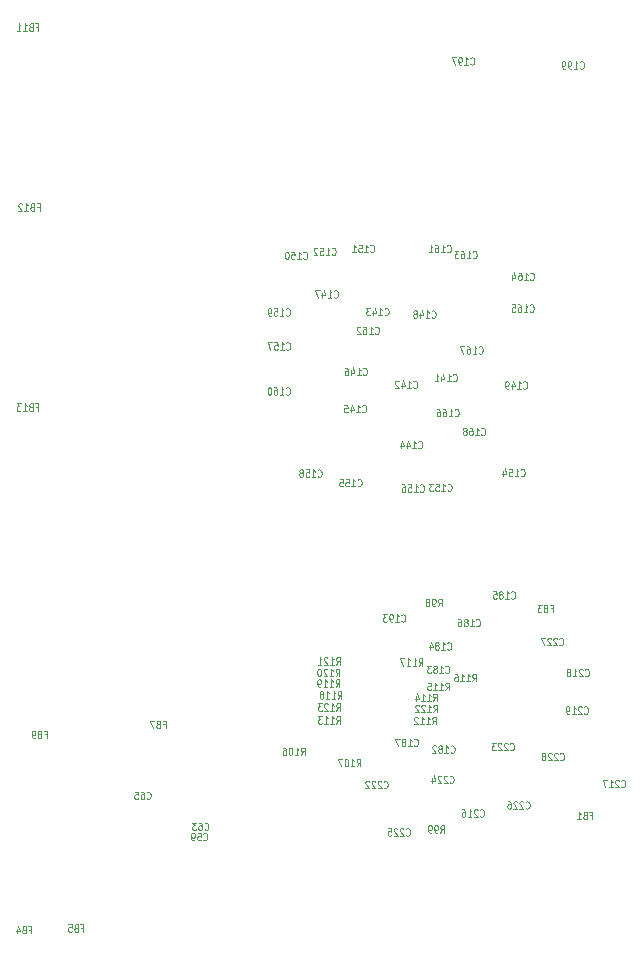
<source format=gbr>
G04 #@! TF.FileFunction,Legend,Bot*
%FSLAX46Y46*%
G04 Gerber Fmt 4.6, Leading zero omitted, Abs format (unit mm)*
G04 Created by KiCad (PCBNEW 4.0.5) date Sun Apr  9 21:07:30 2017*
%MOMM*%
%LPD*%
G01*
G04 APERTURE LIST*
%ADD10C,0.100000*%
%ADD11C,0.120000*%
G04 APERTURE END LIST*
D10*
D11*
X46422743Y17936000D02*
X46448457Y17906000D01*
X46525600Y17876000D01*
X46577029Y17876000D01*
X46654172Y17906000D01*
X46705600Y17966000D01*
X46731315Y18026000D01*
X46757029Y18146000D01*
X46757029Y18236000D01*
X46731315Y18356000D01*
X46705600Y18416000D01*
X46654172Y18476000D01*
X46577029Y18506000D01*
X46525600Y18506000D01*
X46448457Y18476000D01*
X46422743Y18446000D01*
X45934172Y18506000D02*
X46191315Y18506000D01*
X46217029Y18206000D01*
X46191315Y18236000D01*
X46139886Y18266000D01*
X46011315Y18266000D01*
X45959886Y18236000D01*
X45934172Y18206000D01*
X45908457Y18146000D01*
X45908457Y17996000D01*
X45934172Y17936000D01*
X45959886Y17906000D01*
X46011315Y17876000D01*
X46139886Y17876000D01*
X46191315Y17906000D01*
X46217029Y17936000D01*
X45651314Y17876000D02*
X45548457Y17876000D01*
X45497029Y17906000D01*
X45471314Y17936000D01*
X45419886Y18026000D01*
X45394171Y18146000D01*
X45394171Y18386000D01*
X45419886Y18446000D01*
X45445600Y18476000D01*
X45497029Y18506000D01*
X45599886Y18506000D01*
X45651314Y18476000D01*
X45677029Y18446000D01*
X45702743Y18386000D01*
X45702743Y18236000D01*
X45677029Y18176000D01*
X45651314Y18146000D01*
X45599886Y18116000D01*
X45497029Y18116000D01*
X45445600Y18146000D01*
X45419886Y18176000D01*
X45394171Y18236000D01*
X46524343Y18825000D02*
X46550057Y18795000D01*
X46627200Y18765000D01*
X46678629Y18765000D01*
X46755772Y18795000D01*
X46807200Y18855000D01*
X46832915Y18915000D01*
X46858629Y19035000D01*
X46858629Y19125000D01*
X46832915Y19245000D01*
X46807200Y19305000D01*
X46755772Y19365000D01*
X46678629Y19395000D01*
X46627200Y19395000D01*
X46550057Y19365000D01*
X46524343Y19335000D01*
X46061486Y19395000D02*
X46164343Y19395000D01*
X46215772Y19365000D01*
X46241486Y19335000D01*
X46292915Y19245000D01*
X46318629Y19125000D01*
X46318629Y18885000D01*
X46292915Y18825000D01*
X46267200Y18795000D01*
X46215772Y18765000D01*
X46112915Y18765000D01*
X46061486Y18795000D01*
X46035772Y18825000D01*
X46010057Y18885000D01*
X46010057Y19035000D01*
X46035772Y19095000D01*
X46061486Y19125000D01*
X46112915Y19155000D01*
X46215772Y19155000D01*
X46267200Y19125000D01*
X46292915Y19095000D01*
X46318629Y19035000D01*
X45830057Y19395000D02*
X45495771Y19395000D01*
X45675771Y19155000D01*
X45598629Y19155000D01*
X45547200Y19125000D01*
X45521486Y19095000D01*
X45495771Y19035000D01*
X45495771Y18885000D01*
X45521486Y18825000D01*
X45547200Y18795000D01*
X45598629Y18765000D01*
X45752914Y18765000D01*
X45804343Y18795000D01*
X45830057Y18825000D01*
X41622143Y21441200D02*
X41647857Y21411200D01*
X41725000Y21381200D01*
X41776429Y21381200D01*
X41853572Y21411200D01*
X41905000Y21471200D01*
X41930715Y21531200D01*
X41956429Y21651200D01*
X41956429Y21741200D01*
X41930715Y21861200D01*
X41905000Y21921200D01*
X41853572Y21981200D01*
X41776429Y22011200D01*
X41725000Y22011200D01*
X41647857Y21981200D01*
X41622143Y21951200D01*
X41159286Y22011200D02*
X41262143Y22011200D01*
X41313572Y21981200D01*
X41339286Y21951200D01*
X41390715Y21861200D01*
X41416429Y21741200D01*
X41416429Y21501200D01*
X41390715Y21441200D01*
X41365000Y21411200D01*
X41313572Y21381200D01*
X41210715Y21381200D01*
X41159286Y21411200D01*
X41133572Y21441200D01*
X41107857Y21501200D01*
X41107857Y21651200D01*
X41133572Y21711200D01*
X41159286Y21741200D01*
X41210715Y21771200D01*
X41313572Y21771200D01*
X41365000Y21741200D01*
X41390715Y21711200D01*
X41416429Y21651200D01*
X40619286Y22011200D02*
X40876429Y22011200D01*
X40902143Y21711200D01*
X40876429Y21741200D01*
X40825000Y21771200D01*
X40696429Y21771200D01*
X40645000Y21741200D01*
X40619286Y21711200D01*
X40593571Y21651200D01*
X40593571Y21501200D01*
X40619286Y21441200D01*
X40645000Y21411200D01*
X40696429Y21381200D01*
X40825000Y21381200D01*
X40876429Y21411200D01*
X40902143Y21441200D01*
X67558686Y56798000D02*
X67584400Y56768000D01*
X67661543Y56738000D01*
X67712972Y56738000D01*
X67790115Y56768000D01*
X67841543Y56828000D01*
X67867258Y56888000D01*
X67892972Y57008000D01*
X67892972Y57098000D01*
X67867258Y57218000D01*
X67841543Y57278000D01*
X67790115Y57338000D01*
X67712972Y57368000D01*
X67661543Y57368000D01*
X67584400Y57338000D01*
X67558686Y57308000D01*
X67044400Y56738000D02*
X67352972Y56738000D01*
X67198686Y56738000D02*
X67198686Y57368000D01*
X67250115Y57278000D01*
X67301543Y57218000D01*
X67352972Y57188000D01*
X66581543Y57158000D02*
X66581543Y56738000D01*
X66710114Y57398000D02*
X66838686Y56948000D01*
X66504400Y56948000D01*
X66015828Y56738000D02*
X66324400Y56738000D01*
X66170114Y56738000D02*
X66170114Y57368000D01*
X66221543Y57278000D01*
X66272971Y57218000D01*
X66324400Y57188000D01*
X64205886Y56239200D02*
X64231600Y56209200D01*
X64308743Y56179200D01*
X64360172Y56179200D01*
X64437315Y56209200D01*
X64488743Y56269200D01*
X64514458Y56329200D01*
X64540172Y56449200D01*
X64540172Y56539200D01*
X64514458Y56659200D01*
X64488743Y56719200D01*
X64437315Y56779200D01*
X64360172Y56809200D01*
X64308743Y56809200D01*
X64231600Y56779200D01*
X64205886Y56749200D01*
X63691600Y56179200D02*
X64000172Y56179200D01*
X63845886Y56179200D02*
X63845886Y56809200D01*
X63897315Y56719200D01*
X63948743Y56659200D01*
X64000172Y56629200D01*
X63228743Y56599200D02*
X63228743Y56179200D01*
X63357314Y56839200D02*
X63485886Y56389200D01*
X63151600Y56389200D01*
X62971600Y56749200D02*
X62945886Y56779200D01*
X62894457Y56809200D01*
X62765886Y56809200D01*
X62714457Y56779200D01*
X62688743Y56749200D01*
X62663028Y56689200D01*
X62663028Y56629200D01*
X62688743Y56539200D01*
X62997314Y56179200D01*
X62663028Y56179200D01*
X61767486Y62386000D02*
X61793200Y62356000D01*
X61870343Y62326000D01*
X61921772Y62326000D01*
X61998915Y62356000D01*
X62050343Y62416000D01*
X62076058Y62476000D01*
X62101772Y62596000D01*
X62101772Y62686000D01*
X62076058Y62806000D01*
X62050343Y62866000D01*
X61998915Y62926000D01*
X61921772Y62956000D01*
X61870343Y62956000D01*
X61793200Y62926000D01*
X61767486Y62896000D01*
X61253200Y62326000D02*
X61561772Y62326000D01*
X61407486Y62326000D02*
X61407486Y62956000D01*
X61458915Y62866000D01*
X61510343Y62806000D01*
X61561772Y62776000D01*
X60790343Y62746000D02*
X60790343Y62326000D01*
X60918914Y62986000D02*
X61047486Y62536000D01*
X60713200Y62536000D01*
X60558914Y62956000D02*
X60224628Y62956000D01*
X60404628Y62716000D01*
X60327486Y62716000D01*
X60276057Y62686000D01*
X60250343Y62656000D01*
X60224628Y62596000D01*
X60224628Y62446000D01*
X60250343Y62386000D01*
X60276057Y62356000D01*
X60327486Y62326000D01*
X60481771Y62326000D01*
X60533200Y62356000D01*
X60558914Y62386000D01*
X64637686Y51133800D02*
X64663400Y51103800D01*
X64740543Y51073800D01*
X64791972Y51073800D01*
X64869115Y51103800D01*
X64920543Y51163800D01*
X64946258Y51223800D01*
X64971972Y51343800D01*
X64971972Y51433800D01*
X64946258Y51553800D01*
X64920543Y51613800D01*
X64869115Y51673800D01*
X64791972Y51703800D01*
X64740543Y51703800D01*
X64663400Y51673800D01*
X64637686Y51643800D01*
X64123400Y51073800D02*
X64431972Y51073800D01*
X64277686Y51073800D02*
X64277686Y51703800D01*
X64329115Y51613800D01*
X64380543Y51553800D01*
X64431972Y51523800D01*
X63660543Y51493800D02*
X63660543Y51073800D01*
X63789114Y51733800D02*
X63917686Y51283800D01*
X63583400Y51283800D01*
X63146257Y51493800D02*
X63146257Y51073800D01*
X63274828Y51733800D02*
X63403400Y51283800D01*
X63069114Y51283800D01*
X59887886Y54181800D02*
X59913600Y54151800D01*
X59990743Y54121800D01*
X60042172Y54121800D01*
X60119315Y54151800D01*
X60170743Y54211800D01*
X60196458Y54271800D01*
X60222172Y54391800D01*
X60222172Y54481800D01*
X60196458Y54601800D01*
X60170743Y54661800D01*
X60119315Y54721800D01*
X60042172Y54751800D01*
X59990743Y54751800D01*
X59913600Y54721800D01*
X59887886Y54691800D01*
X59373600Y54121800D02*
X59682172Y54121800D01*
X59527886Y54121800D02*
X59527886Y54751800D01*
X59579315Y54661800D01*
X59630743Y54601800D01*
X59682172Y54571800D01*
X58910743Y54541800D02*
X58910743Y54121800D01*
X59039314Y54781800D02*
X59167886Y54331800D01*
X58833600Y54331800D01*
X58370743Y54751800D02*
X58627886Y54751800D01*
X58653600Y54451800D01*
X58627886Y54481800D01*
X58576457Y54511800D01*
X58447886Y54511800D01*
X58396457Y54481800D01*
X58370743Y54451800D01*
X58345028Y54391800D01*
X58345028Y54241800D01*
X58370743Y54181800D01*
X58396457Y54151800D01*
X58447886Y54121800D01*
X58576457Y54121800D01*
X58627886Y54151800D01*
X58653600Y54181800D01*
X59938686Y57331400D02*
X59964400Y57301400D01*
X60041543Y57271400D01*
X60092972Y57271400D01*
X60170115Y57301400D01*
X60221543Y57361400D01*
X60247258Y57421400D01*
X60272972Y57541400D01*
X60272972Y57631400D01*
X60247258Y57751400D01*
X60221543Y57811400D01*
X60170115Y57871400D01*
X60092972Y57901400D01*
X60041543Y57901400D01*
X59964400Y57871400D01*
X59938686Y57841400D01*
X59424400Y57271400D02*
X59732972Y57271400D01*
X59578686Y57271400D02*
X59578686Y57901400D01*
X59630115Y57811400D01*
X59681543Y57751400D01*
X59732972Y57721400D01*
X58961543Y57691400D02*
X58961543Y57271400D01*
X59090114Y57931400D02*
X59218686Y57481400D01*
X58884400Y57481400D01*
X58447257Y57901400D02*
X58550114Y57901400D01*
X58601543Y57871400D01*
X58627257Y57841400D01*
X58678686Y57751400D01*
X58704400Y57631400D01*
X58704400Y57391400D01*
X58678686Y57331400D01*
X58652971Y57301400D01*
X58601543Y57271400D01*
X58498686Y57271400D01*
X58447257Y57301400D01*
X58421543Y57331400D01*
X58395828Y57391400D01*
X58395828Y57541400D01*
X58421543Y57601400D01*
X58447257Y57631400D01*
X58498686Y57661400D01*
X58601543Y57661400D01*
X58652971Y57631400D01*
X58678686Y57601400D01*
X58704400Y57541400D01*
X57474886Y63884600D02*
X57500600Y63854600D01*
X57577743Y63824600D01*
X57629172Y63824600D01*
X57706315Y63854600D01*
X57757743Y63914600D01*
X57783458Y63974600D01*
X57809172Y64094600D01*
X57809172Y64184600D01*
X57783458Y64304600D01*
X57757743Y64364600D01*
X57706315Y64424600D01*
X57629172Y64454600D01*
X57577743Y64454600D01*
X57500600Y64424600D01*
X57474886Y64394600D01*
X56960600Y63824600D02*
X57269172Y63824600D01*
X57114886Y63824600D02*
X57114886Y64454600D01*
X57166315Y64364600D01*
X57217743Y64304600D01*
X57269172Y64274600D01*
X56497743Y64244600D02*
X56497743Y63824600D01*
X56626314Y64484600D02*
X56754886Y64034600D01*
X56420600Y64034600D01*
X56266314Y64454600D02*
X55906314Y64454600D01*
X56137743Y63824600D01*
X65755286Y62182800D02*
X65781000Y62152800D01*
X65858143Y62122800D01*
X65909572Y62122800D01*
X65986715Y62152800D01*
X66038143Y62212800D01*
X66063858Y62272800D01*
X66089572Y62392800D01*
X66089572Y62482800D01*
X66063858Y62602800D01*
X66038143Y62662800D01*
X65986715Y62722800D01*
X65909572Y62752800D01*
X65858143Y62752800D01*
X65781000Y62722800D01*
X65755286Y62692800D01*
X65241000Y62122800D02*
X65549572Y62122800D01*
X65395286Y62122800D02*
X65395286Y62752800D01*
X65446715Y62662800D01*
X65498143Y62602800D01*
X65549572Y62572800D01*
X64778143Y62542800D02*
X64778143Y62122800D01*
X64906714Y62782800D02*
X65035286Y62332800D01*
X64701000Y62332800D01*
X64418143Y62482800D02*
X64469571Y62512800D01*
X64495286Y62542800D01*
X64521000Y62602800D01*
X64521000Y62632800D01*
X64495286Y62692800D01*
X64469571Y62722800D01*
X64418143Y62752800D01*
X64315286Y62752800D01*
X64263857Y62722800D01*
X64238143Y62692800D01*
X64212428Y62632800D01*
X64212428Y62602800D01*
X64238143Y62542800D01*
X64263857Y62512800D01*
X64315286Y62482800D01*
X64418143Y62482800D01*
X64469571Y62452800D01*
X64495286Y62422800D01*
X64521000Y62362800D01*
X64521000Y62242800D01*
X64495286Y62182800D01*
X64469571Y62152800D01*
X64418143Y62122800D01*
X64315286Y62122800D01*
X64263857Y62152800D01*
X64238143Y62182800D01*
X64212428Y62242800D01*
X64212428Y62362800D01*
X64238143Y62422800D01*
X64263857Y62452800D01*
X64315286Y62482800D01*
X73502286Y56188400D02*
X73528000Y56158400D01*
X73605143Y56128400D01*
X73656572Y56128400D01*
X73733715Y56158400D01*
X73785143Y56218400D01*
X73810858Y56278400D01*
X73836572Y56398400D01*
X73836572Y56488400D01*
X73810858Y56608400D01*
X73785143Y56668400D01*
X73733715Y56728400D01*
X73656572Y56758400D01*
X73605143Y56758400D01*
X73528000Y56728400D01*
X73502286Y56698400D01*
X72988000Y56128400D02*
X73296572Y56128400D01*
X73142286Y56128400D02*
X73142286Y56758400D01*
X73193715Y56668400D01*
X73245143Y56608400D01*
X73296572Y56578400D01*
X72525143Y56548400D02*
X72525143Y56128400D01*
X72653714Y56788400D02*
X72782286Y56338400D01*
X72448000Y56338400D01*
X72216571Y56128400D02*
X72113714Y56128400D01*
X72062286Y56158400D01*
X72036571Y56188400D01*
X71985143Y56278400D01*
X71959428Y56398400D01*
X71959428Y56638400D01*
X71985143Y56698400D01*
X72010857Y56728400D01*
X72062286Y56758400D01*
X72165143Y56758400D01*
X72216571Y56728400D01*
X72242286Y56698400D01*
X72268000Y56638400D01*
X72268000Y56488400D01*
X72242286Y56428400D01*
X72216571Y56398400D01*
X72165143Y56368400D01*
X72062286Y56368400D01*
X72010857Y56398400D01*
X71985143Y56428400D01*
X71959428Y56488400D01*
X54884086Y67161200D02*
X54909800Y67131200D01*
X54986943Y67101200D01*
X55038372Y67101200D01*
X55115515Y67131200D01*
X55166943Y67191200D01*
X55192658Y67251200D01*
X55218372Y67371200D01*
X55218372Y67461200D01*
X55192658Y67581200D01*
X55166943Y67641200D01*
X55115515Y67701200D01*
X55038372Y67731200D01*
X54986943Y67731200D01*
X54909800Y67701200D01*
X54884086Y67671200D01*
X54369800Y67101200D02*
X54678372Y67101200D01*
X54524086Y67101200D02*
X54524086Y67731200D01*
X54575515Y67641200D01*
X54626943Y67581200D01*
X54678372Y67551200D01*
X53881229Y67731200D02*
X54138372Y67731200D01*
X54164086Y67431200D01*
X54138372Y67461200D01*
X54086943Y67491200D01*
X53958372Y67491200D01*
X53906943Y67461200D01*
X53881229Y67431200D01*
X53855514Y67371200D01*
X53855514Y67221200D01*
X53881229Y67161200D01*
X53906943Y67131200D01*
X53958372Y67101200D01*
X54086943Y67101200D01*
X54138372Y67131200D01*
X54164086Y67161200D01*
X53521228Y67731200D02*
X53469800Y67731200D01*
X53418371Y67701200D01*
X53392657Y67671200D01*
X53366943Y67611200D01*
X53341228Y67491200D01*
X53341228Y67341200D01*
X53366943Y67221200D01*
X53392657Y67161200D01*
X53418371Y67131200D01*
X53469800Y67101200D01*
X53521228Y67101200D01*
X53572657Y67131200D01*
X53598371Y67161200D01*
X53624086Y67221200D01*
X53649800Y67341200D01*
X53649800Y67491200D01*
X53624086Y67611200D01*
X53598371Y67671200D01*
X53572657Y67701200D01*
X53521228Y67731200D01*
X60573686Y67745400D02*
X60599400Y67715400D01*
X60676543Y67685400D01*
X60727972Y67685400D01*
X60805115Y67715400D01*
X60856543Y67775400D01*
X60882258Y67835400D01*
X60907972Y67955400D01*
X60907972Y68045400D01*
X60882258Y68165400D01*
X60856543Y68225400D01*
X60805115Y68285400D01*
X60727972Y68315400D01*
X60676543Y68315400D01*
X60599400Y68285400D01*
X60573686Y68255400D01*
X60059400Y67685400D02*
X60367972Y67685400D01*
X60213686Y67685400D02*
X60213686Y68315400D01*
X60265115Y68225400D01*
X60316543Y68165400D01*
X60367972Y68135400D01*
X59570829Y68315400D02*
X59827972Y68315400D01*
X59853686Y68015400D01*
X59827972Y68045400D01*
X59776543Y68075400D01*
X59647972Y68075400D01*
X59596543Y68045400D01*
X59570829Y68015400D01*
X59545114Y67955400D01*
X59545114Y67805400D01*
X59570829Y67745400D01*
X59596543Y67715400D01*
X59647972Y67685400D01*
X59776543Y67685400D01*
X59827972Y67715400D01*
X59853686Y67745400D01*
X59030828Y67685400D02*
X59339400Y67685400D01*
X59185114Y67685400D02*
X59185114Y68315400D01*
X59236543Y68225400D01*
X59287971Y68165400D01*
X59339400Y68135400D01*
X57297086Y67491400D02*
X57322800Y67461400D01*
X57399943Y67431400D01*
X57451372Y67431400D01*
X57528515Y67461400D01*
X57579943Y67521400D01*
X57605658Y67581400D01*
X57631372Y67701400D01*
X57631372Y67791400D01*
X57605658Y67911400D01*
X57579943Y67971400D01*
X57528515Y68031400D01*
X57451372Y68061400D01*
X57399943Y68061400D01*
X57322800Y68031400D01*
X57297086Y68001400D01*
X56782800Y67431400D02*
X57091372Y67431400D01*
X56937086Y67431400D02*
X56937086Y68061400D01*
X56988515Y67971400D01*
X57039943Y67911400D01*
X57091372Y67881400D01*
X56294229Y68061400D02*
X56551372Y68061400D01*
X56577086Y67761400D01*
X56551372Y67791400D01*
X56499943Y67821400D01*
X56371372Y67821400D01*
X56319943Y67791400D01*
X56294229Y67761400D01*
X56268514Y67701400D01*
X56268514Y67551400D01*
X56294229Y67491400D01*
X56319943Y67461400D01*
X56371372Y67431400D01*
X56499943Y67431400D01*
X56551372Y67461400D01*
X56577086Y67491400D01*
X56062800Y68001400D02*
X56037086Y68031400D01*
X55985657Y68061400D01*
X55857086Y68061400D01*
X55805657Y68031400D01*
X55779943Y68001400D01*
X55754228Y67941400D01*
X55754228Y67881400D01*
X55779943Y67791400D01*
X56088514Y67431400D01*
X55754228Y67431400D01*
X67101486Y47527000D02*
X67127200Y47497000D01*
X67204343Y47467000D01*
X67255772Y47467000D01*
X67332915Y47497000D01*
X67384343Y47557000D01*
X67410058Y47617000D01*
X67435772Y47737000D01*
X67435772Y47827000D01*
X67410058Y47947000D01*
X67384343Y48007000D01*
X67332915Y48067000D01*
X67255772Y48097000D01*
X67204343Y48097000D01*
X67127200Y48067000D01*
X67101486Y48037000D01*
X66587200Y47467000D02*
X66895772Y47467000D01*
X66741486Y47467000D02*
X66741486Y48097000D01*
X66792915Y48007000D01*
X66844343Y47947000D01*
X66895772Y47917000D01*
X66098629Y48097000D02*
X66355772Y48097000D01*
X66381486Y47797000D01*
X66355772Y47827000D01*
X66304343Y47857000D01*
X66175772Y47857000D01*
X66124343Y47827000D01*
X66098629Y47797000D01*
X66072914Y47737000D01*
X66072914Y47587000D01*
X66098629Y47527000D01*
X66124343Y47497000D01*
X66175772Y47467000D01*
X66304343Y47467000D01*
X66355772Y47497000D01*
X66381486Y47527000D01*
X65892914Y48097000D02*
X65558628Y48097000D01*
X65738628Y47857000D01*
X65661486Y47857000D01*
X65610057Y47827000D01*
X65584343Y47797000D01*
X65558628Y47737000D01*
X65558628Y47587000D01*
X65584343Y47527000D01*
X65610057Y47497000D01*
X65661486Y47467000D01*
X65815771Y47467000D01*
X65867200Y47497000D01*
X65892914Y47527000D01*
X73299086Y48771600D02*
X73324800Y48741600D01*
X73401943Y48711600D01*
X73453372Y48711600D01*
X73530515Y48741600D01*
X73581943Y48801600D01*
X73607658Y48861600D01*
X73633372Y48981600D01*
X73633372Y49071600D01*
X73607658Y49191600D01*
X73581943Y49251600D01*
X73530515Y49311600D01*
X73453372Y49341600D01*
X73401943Y49341600D01*
X73324800Y49311600D01*
X73299086Y49281600D01*
X72784800Y48711600D02*
X73093372Y48711600D01*
X72939086Y48711600D02*
X72939086Y49341600D01*
X72990515Y49251600D01*
X73041943Y49191600D01*
X73093372Y49161600D01*
X72296229Y49341600D02*
X72553372Y49341600D01*
X72579086Y49041600D01*
X72553372Y49071600D01*
X72501943Y49101600D01*
X72373372Y49101600D01*
X72321943Y49071600D01*
X72296229Y49041600D01*
X72270514Y48981600D01*
X72270514Y48831600D01*
X72296229Y48771600D01*
X72321943Y48741600D01*
X72373372Y48711600D01*
X72501943Y48711600D01*
X72553372Y48741600D01*
X72579086Y48771600D01*
X71807657Y49131600D02*
X71807657Y48711600D01*
X71936228Y49371600D02*
X72064800Y48921600D01*
X71730514Y48921600D01*
X59481486Y47908000D02*
X59507200Y47878000D01*
X59584343Y47848000D01*
X59635772Y47848000D01*
X59712915Y47878000D01*
X59764343Y47938000D01*
X59790058Y47998000D01*
X59815772Y48118000D01*
X59815772Y48208000D01*
X59790058Y48328000D01*
X59764343Y48388000D01*
X59712915Y48448000D01*
X59635772Y48478000D01*
X59584343Y48478000D01*
X59507200Y48448000D01*
X59481486Y48418000D01*
X58967200Y47848000D02*
X59275772Y47848000D01*
X59121486Y47848000D02*
X59121486Y48478000D01*
X59172915Y48388000D01*
X59224343Y48328000D01*
X59275772Y48298000D01*
X58478629Y48478000D02*
X58735772Y48478000D01*
X58761486Y48178000D01*
X58735772Y48208000D01*
X58684343Y48238000D01*
X58555772Y48238000D01*
X58504343Y48208000D01*
X58478629Y48178000D01*
X58452914Y48118000D01*
X58452914Y47968000D01*
X58478629Y47908000D01*
X58504343Y47878000D01*
X58555772Y47848000D01*
X58684343Y47848000D01*
X58735772Y47878000D01*
X58761486Y47908000D01*
X57964343Y48478000D02*
X58221486Y48478000D01*
X58247200Y48178000D01*
X58221486Y48208000D01*
X58170057Y48238000D01*
X58041486Y48238000D01*
X57990057Y48208000D01*
X57964343Y48178000D01*
X57938628Y48118000D01*
X57938628Y47968000D01*
X57964343Y47908000D01*
X57990057Y47878000D01*
X58041486Y47848000D01*
X58170057Y47848000D01*
X58221486Y47878000D01*
X58247200Y47908000D01*
X64764686Y47450800D02*
X64790400Y47420800D01*
X64867543Y47390800D01*
X64918972Y47390800D01*
X64996115Y47420800D01*
X65047543Y47480800D01*
X65073258Y47540800D01*
X65098972Y47660800D01*
X65098972Y47750800D01*
X65073258Y47870800D01*
X65047543Y47930800D01*
X64996115Y47990800D01*
X64918972Y48020800D01*
X64867543Y48020800D01*
X64790400Y47990800D01*
X64764686Y47960800D01*
X64250400Y47390800D02*
X64558972Y47390800D01*
X64404686Y47390800D02*
X64404686Y48020800D01*
X64456115Y47930800D01*
X64507543Y47870800D01*
X64558972Y47840800D01*
X63761829Y48020800D02*
X64018972Y48020800D01*
X64044686Y47720800D01*
X64018972Y47750800D01*
X63967543Y47780800D01*
X63838972Y47780800D01*
X63787543Y47750800D01*
X63761829Y47720800D01*
X63736114Y47660800D01*
X63736114Y47510800D01*
X63761829Y47450800D01*
X63787543Y47420800D01*
X63838972Y47390800D01*
X63967543Y47390800D01*
X64018972Y47420800D01*
X64044686Y47450800D01*
X63273257Y48020800D02*
X63376114Y48020800D01*
X63427543Y47990800D01*
X63453257Y47960800D01*
X63504686Y47870800D01*
X63530400Y47750800D01*
X63530400Y47510800D01*
X63504686Y47450800D01*
X63478971Y47420800D01*
X63427543Y47390800D01*
X63324686Y47390800D01*
X63273257Y47420800D01*
X63247543Y47450800D01*
X63221828Y47510800D01*
X63221828Y47660800D01*
X63247543Y47720800D01*
X63273257Y47750800D01*
X63324686Y47780800D01*
X63427543Y47780800D01*
X63478971Y47750800D01*
X63504686Y47720800D01*
X63530400Y47660800D01*
X53436286Y59490400D02*
X53462000Y59460400D01*
X53539143Y59430400D01*
X53590572Y59430400D01*
X53667715Y59460400D01*
X53719143Y59520400D01*
X53744858Y59580400D01*
X53770572Y59700400D01*
X53770572Y59790400D01*
X53744858Y59910400D01*
X53719143Y59970400D01*
X53667715Y60030400D01*
X53590572Y60060400D01*
X53539143Y60060400D01*
X53462000Y60030400D01*
X53436286Y60000400D01*
X52922000Y59430400D02*
X53230572Y59430400D01*
X53076286Y59430400D02*
X53076286Y60060400D01*
X53127715Y59970400D01*
X53179143Y59910400D01*
X53230572Y59880400D01*
X52433429Y60060400D02*
X52690572Y60060400D01*
X52716286Y59760400D01*
X52690572Y59790400D01*
X52639143Y59820400D01*
X52510572Y59820400D01*
X52459143Y59790400D01*
X52433429Y59760400D01*
X52407714Y59700400D01*
X52407714Y59550400D01*
X52433429Y59490400D01*
X52459143Y59460400D01*
X52510572Y59430400D01*
X52639143Y59430400D01*
X52690572Y59460400D01*
X52716286Y59490400D01*
X52227714Y60060400D02*
X51867714Y60060400D01*
X52099143Y59430400D01*
X56103286Y48720800D02*
X56129000Y48690800D01*
X56206143Y48660800D01*
X56257572Y48660800D01*
X56334715Y48690800D01*
X56386143Y48750800D01*
X56411858Y48810800D01*
X56437572Y48930800D01*
X56437572Y49020800D01*
X56411858Y49140800D01*
X56386143Y49200800D01*
X56334715Y49260800D01*
X56257572Y49290800D01*
X56206143Y49290800D01*
X56129000Y49260800D01*
X56103286Y49230800D01*
X55589000Y48660800D02*
X55897572Y48660800D01*
X55743286Y48660800D02*
X55743286Y49290800D01*
X55794715Y49200800D01*
X55846143Y49140800D01*
X55897572Y49110800D01*
X55100429Y49290800D02*
X55357572Y49290800D01*
X55383286Y48990800D01*
X55357572Y49020800D01*
X55306143Y49050800D01*
X55177572Y49050800D01*
X55126143Y49020800D01*
X55100429Y48990800D01*
X55074714Y48930800D01*
X55074714Y48780800D01*
X55100429Y48720800D01*
X55126143Y48690800D01*
X55177572Y48660800D01*
X55306143Y48660800D01*
X55357572Y48690800D01*
X55383286Y48720800D01*
X54766143Y49020800D02*
X54817571Y49050800D01*
X54843286Y49080800D01*
X54869000Y49140800D01*
X54869000Y49170800D01*
X54843286Y49230800D01*
X54817571Y49260800D01*
X54766143Y49290800D01*
X54663286Y49290800D01*
X54611857Y49260800D01*
X54586143Y49230800D01*
X54560428Y49170800D01*
X54560428Y49140800D01*
X54586143Y49080800D01*
X54611857Y49050800D01*
X54663286Y49020800D01*
X54766143Y49020800D01*
X54817571Y48990800D01*
X54843286Y48960800D01*
X54869000Y48900800D01*
X54869000Y48780800D01*
X54843286Y48720800D01*
X54817571Y48690800D01*
X54766143Y48660800D01*
X54663286Y48660800D01*
X54611857Y48690800D01*
X54586143Y48720800D01*
X54560428Y48780800D01*
X54560428Y48900800D01*
X54586143Y48960800D01*
X54611857Y48990800D01*
X54663286Y49020800D01*
X53410886Y62360600D02*
X53436600Y62330600D01*
X53513743Y62300600D01*
X53565172Y62300600D01*
X53642315Y62330600D01*
X53693743Y62390600D01*
X53719458Y62450600D01*
X53745172Y62570600D01*
X53745172Y62660600D01*
X53719458Y62780600D01*
X53693743Y62840600D01*
X53642315Y62900600D01*
X53565172Y62930600D01*
X53513743Y62930600D01*
X53436600Y62900600D01*
X53410886Y62870600D01*
X52896600Y62300600D02*
X53205172Y62300600D01*
X53050886Y62300600D02*
X53050886Y62930600D01*
X53102315Y62840600D01*
X53153743Y62780600D01*
X53205172Y62750600D01*
X52408029Y62930600D02*
X52665172Y62930600D01*
X52690886Y62630600D01*
X52665172Y62660600D01*
X52613743Y62690600D01*
X52485172Y62690600D01*
X52433743Y62660600D01*
X52408029Y62630600D01*
X52382314Y62570600D01*
X52382314Y62420600D01*
X52408029Y62360600D01*
X52433743Y62330600D01*
X52485172Y62300600D01*
X52613743Y62300600D01*
X52665172Y62330600D01*
X52690886Y62360600D01*
X52125171Y62300600D02*
X52022314Y62300600D01*
X51970886Y62330600D01*
X51945171Y62360600D01*
X51893743Y62450600D01*
X51868028Y62570600D01*
X51868028Y62810600D01*
X51893743Y62870600D01*
X51919457Y62900600D01*
X51970886Y62930600D01*
X52073743Y62930600D01*
X52125171Y62900600D01*
X52150886Y62870600D01*
X52176600Y62810600D01*
X52176600Y62660600D01*
X52150886Y62600600D01*
X52125171Y62570600D01*
X52073743Y62540600D01*
X51970886Y62540600D01*
X51919457Y62570600D01*
X51893743Y62600600D01*
X51868028Y62660600D01*
X53410886Y55680400D02*
X53436600Y55650400D01*
X53513743Y55620400D01*
X53565172Y55620400D01*
X53642315Y55650400D01*
X53693743Y55710400D01*
X53719458Y55770400D01*
X53745172Y55890400D01*
X53745172Y55980400D01*
X53719458Y56100400D01*
X53693743Y56160400D01*
X53642315Y56220400D01*
X53565172Y56250400D01*
X53513743Y56250400D01*
X53436600Y56220400D01*
X53410886Y56190400D01*
X52896600Y55620400D02*
X53205172Y55620400D01*
X53050886Y55620400D02*
X53050886Y56250400D01*
X53102315Y56160400D01*
X53153743Y56100400D01*
X53205172Y56070400D01*
X52433743Y56250400D02*
X52536600Y56250400D01*
X52588029Y56220400D01*
X52613743Y56190400D01*
X52665172Y56100400D01*
X52690886Y55980400D01*
X52690886Y55740400D01*
X52665172Y55680400D01*
X52639457Y55650400D01*
X52588029Y55620400D01*
X52485172Y55620400D01*
X52433743Y55650400D01*
X52408029Y55680400D01*
X52382314Y55740400D01*
X52382314Y55890400D01*
X52408029Y55950400D01*
X52433743Y55980400D01*
X52485172Y56010400D01*
X52588029Y56010400D01*
X52639457Y55980400D01*
X52665172Y55950400D01*
X52690886Y55890400D01*
X52048028Y56250400D02*
X51996600Y56250400D01*
X51945171Y56220400D01*
X51919457Y56190400D01*
X51893743Y56130400D01*
X51868028Y56010400D01*
X51868028Y55860400D01*
X51893743Y55740400D01*
X51919457Y55680400D01*
X51945171Y55650400D01*
X51996600Y55620400D01*
X52048028Y55620400D01*
X52099457Y55650400D01*
X52125171Y55680400D01*
X52150886Y55740400D01*
X52176600Y55860400D01*
X52176600Y56010400D01*
X52150886Y56130400D01*
X52125171Y56190400D01*
X52099457Y56220400D01*
X52048028Y56250400D01*
X67050686Y67720000D02*
X67076400Y67690000D01*
X67153543Y67660000D01*
X67204972Y67660000D01*
X67282115Y67690000D01*
X67333543Y67750000D01*
X67359258Y67810000D01*
X67384972Y67930000D01*
X67384972Y68020000D01*
X67359258Y68140000D01*
X67333543Y68200000D01*
X67282115Y68260000D01*
X67204972Y68290000D01*
X67153543Y68290000D01*
X67076400Y68260000D01*
X67050686Y68230000D01*
X66536400Y67660000D02*
X66844972Y67660000D01*
X66690686Y67660000D02*
X66690686Y68290000D01*
X66742115Y68200000D01*
X66793543Y68140000D01*
X66844972Y68110000D01*
X66073543Y68290000D02*
X66176400Y68290000D01*
X66227829Y68260000D01*
X66253543Y68230000D01*
X66304972Y68140000D01*
X66330686Y68020000D01*
X66330686Y67780000D01*
X66304972Y67720000D01*
X66279257Y67690000D01*
X66227829Y67660000D01*
X66124972Y67660000D01*
X66073543Y67690000D01*
X66047829Y67720000D01*
X66022114Y67780000D01*
X66022114Y67930000D01*
X66047829Y67990000D01*
X66073543Y68020000D01*
X66124972Y68050000D01*
X66227829Y68050000D01*
X66279257Y68020000D01*
X66304972Y67990000D01*
X66330686Y67930000D01*
X65507828Y67660000D02*
X65816400Y67660000D01*
X65662114Y67660000D02*
X65662114Y68290000D01*
X65713543Y68200000D01*
X65764971Y68140000D01*
X65816400Y68110000D01*
X60954686Y60811200D02*
X60980400Y60781200D01*
X61057543Y60751200D01*
X61108972Y60751200D01*
X61186115Y60781200D01*
X61237543Y60841200D01*
X61263258Y60901200D01*
X61288972Y61021200D01*
X61288972Y61111200D01*
X61263258Y61231200D01*
X61237543Y61291200D01*
X61186115Y61351200D01*
X61108972Y61381200D01*
X61057543Y61381200D01*
X60980400Y61351200D01*
X60954686Y61321200D01*
X60440400Y60751200D02*
X60748972Y60751200D01*
X60594686Y60751200D02*
X60594686Y61381200D01*
X60646115Y61291200D01*
X60697543Y61231200D01*
X60748972Y61201200D01*
X59977543Y61381200D02*
X60080400Y61381200D01*
X60131829Y61351200D01*
X60157543Y61321200D01*
X60208972Y61231200D01*
X60234686Y61111200D01*
X60234686Y60871200D01*
X60208972Y60811200D01*
X60183257Y60781200D01*
X60131829Y60751200D01*
X60028972Y60751200D01*
X59977543Y60781200D01*
X59951829Y60811200D01*
X59926114Y60871200D01*
X59926114Y61021200D01*
X59951829Y61081200D01*
X59977543Y61111200D01*
X60028972Y61141200D01*
X60131829Y61141200D01*
X60183257Y61111200D01*
X60208972Y61081200D01*
X60234686Y61021200D01*
X59720400Y61321200D02*
X59694686Y61351200D01*
X59643257Y61381200D01*
X59514686Y61381200D01*
X59463257Y61351200D01*
X59437543Y61321200D01*
X59411828Y61261200D01*
X59411828Y61201200D01*
X59437543Y61111200D01*
X59746114Y60751200D01*
X59411828Y60751200D01*
X69235086Y67212000D02*
X69260800Y67182000D01*
X69337943Y67152000D01*
X69389372Y67152000D01*
X69466515Y67182000D01*
X69517943Y67242000D01*
X69543658Y67302000D01*
X69569372Y67422000D01*
X69569372Y67512000D01*
X69543658Y67632000D01*
X69517943Y67692000D01*
X69466515Y67752000D01*
X69389372Y67782000D01*
X69337943Y67782000D01*
X69260800Y67752000D01*
X69235086Y67722000D01*
X68720800Y67152000D02*
X69029372Y67152000D01*
X68875086Y67152000D02*
X68875086Y67782000D01*
X68926515Y67692000D01*
X68977943Y67632000D01*
X69029372Y67602000D01*
X68257943Y67782000D02*
X68360800Y67782000D01*
X68412229Y67752000D01*
X68437943Y67722000D01*
X68489372Y67632000D01*
X68515086Y67512000D01*
X68515086Y67272000D01*
X68489372Y67212000D01*
X68463657Y67182000D01*
X68412229Y67152000D01*
X68309372Y67152000D01*
X68257943Y67182000D01*
X68232229Y67212000D01*
X68206514Y67272000D01*
X68206514Y67422000D01*
X68232229Y67482000D01*
X68257943Y67512000D01*
X68309372Y67542000D01*
X68412229Y67542000D01*
X68463657Y67512000D01*
X68489372Y67482000D01*
X68515086Y67422000D01*
X68026514Y67782000D02*
X67692228Y67782000D01*
X67872228Y67542000D01*
X67795086Y67542000D01*
X67743657Y67512000D01*
X67717943Y67482000D01*
X67692228Y67422000D01*
X67692228Y67272000D01*
X67717943Y67212000D01*
X67743657Y67182000D01*
X67795086Y67152000D01*
X67949371Y67152000D01*
X68000800Y67182000D01*
X68026514Y67212000D01*
X74086486Y65383200D02*
X74112200Y65353200D01*
X74189343Y65323200D01*
X74240772Y65323200D01*
X74317915Y65353200D01*
X74369343Y65413200D01*
X74395058Y65473200D01*
X74420772Y65593200D01*
X74420772Y65683200D01*
X74395058Y65803200D01*
X74369343Y65863200D01*
X74317915Y65923200D01*
X74240772Y65953200D01*
X74189343Y65953200D01*
X74112200Y65923200D01*
X74086486Y65893200D01*
X73572200Y65323200D02*
X73880772Y65323200D01*
X73726486Y65323200D02*
X73726486Y65953200D01*
X73777915Y65863200D01*
X73829343Y65803200D01*
X73880772Y65773200D01*
X73109343Y65953200D02*
X73212200Y65953200D01*
X73263629Y65923200D01*
X73289343Y65893200D01*
X73340772Y65803200D01*
X73366486Y65683200D01*
X73366486Y65443200D01*
X73340772Y65383200D01*
X73315057Y65353200D01*
X73263629Y65323200D01*
X73160772Y65323200D01*
X73109343Y65353200D01*
X73083629Y65383200D01*
X73057914Y65443200D01*
X73057914Y65593200D01*
X73083629Y65653200D01*
X73109343Y65683200D01*
X73160772Y65713200D01*
X73263629Y65713200D01*
X73315057Y65683200D01*
X73340772Y65653200D01*
X73366486Y65593200D01*
X72595057Y65743200D02*
X72595057Y65323200D01*
X72723628Y65983200D02*
X72852200Y65533200D01*
X72517914Y65533200D01*
X74061086Y62690800D02*
X74086800Y62660800D01*
X74163943Y62630800D01*
X74215372Y62630800D01*
X74292515Y62660800D01*
X74343943Y62720800D01*
X74369658Y62780800D01*
X74395372Y62900800D01*
X74395372Y62990800D01*
X74369658Y63110800D01*
X74343943Y63170800D01*
X74292515Y63230800D01*
X74215372Y63260800D01*
X74163943Y63260800D01*
X74086800Y63230800D01*
X74061086Y63200800D01*
X73546800Y62630800D02*
X73855372Y62630800D01*
X73701086Y62630800D02*
X73701086Y63260800D01*
X73752515Y63170800D01*
X73803943Y63110800D01*
X73855372Y63080800D01*
X73083943Y63260800D02*
X73186800Y63260800D01*
X73238229Y63230800D01*
X73263943Y63200800D01*
X73315372Y63110800D01*
X73341086Y62990800D01*
X73341086Y62750800D01*
X73315372Y62690800D01*
X73289657Y62660800D01*
X73238229Y62630800D01*
X73135372Y62630800D01*
X73083943Y62660800D01*
X73058229Y62690800D01*
X73032514Y62750800D01*
X73032514Y62900800D01*
X73058229Y62960800D01*
X73083943Y62990800D01*
X73135372Y63020800D01*
X73238229Y63020800D01*
X73289657Y62990800D01*
X73315372Y62960800D01*
X73341086Y62900800D01*
X72543943Y63260800D02*
X72801086Y63260800D01*
X72826800Y62960800D01*
X72801086Y62990800D01*
X72749657Y63020800D01*
X72621086Y63020800D01*
X72569657Y62990800D01*
X72543943Y62960800D01*
X72518228Y62900800D01*
X72518228Y62750800D01*
X72543943Y62690800D01*
X72569657Y62660800D01*
X72621086Y62630800D01*
X72749657Y62630800D01*
X72801086Y62660800D01*
X72826800Y62690800D01*
X67711086Y53851600D02*
X67736800Y53821600D01*
X67813943Y53791600D01*
X67865372Y53791600D01*
X67942515Y53821600D01*
X67993943Y53881600D01*
X68019658Y53941600D01*
X68045372Y54061600D01*
X68045372Y54151600D01*
X68019658Y54271600D01*
X67993943Y54331600D01*
X67942515Y54391600D01*
X67865372Y54421600D01*
X67813943Y54421600D01*
X67736800Y54391600D01*
X67711086Y54361600D01*
X67196800Y53791600D02*
X67505372Y53791600D01*
X67351086Y53791600D02*
X67351086Y54421600D01*
X67402515Y54331600D01*
X67453943Y54271600D01*
X67505372Y54241600D01*
X66733943Y54421600D02*
X66836800Y54421600D01*
X66888229Y54391600D01*
X66913943Y54361600D01*
X66965372Y54271600D01*
X66991086Y54151600D01*
X66991086Y53911600D01*
X66965372Y53851600D01*
X66939657Y53821600D01*
X66888229Y53791600D01*
X66785372Y53791600D01*
X66733943Y53821600D01*
X66708229Y53851600D01*
X66682514Y53911600D01*
X66682514Y54061600D01*
X66708229Y54121600D01*
X66733943Y54151600D01*
X66785372Y54181600D01*
X66888229Y54181600D01*
X66939657Y54151600D01*
X66965372Y54121600D01*
X66991086Y54061600D01*
X66219657Y54421600D02*
X66322514Y54421600D01*
X66373943Y54391600D01*
X66399657Y54361600D01*
X66451086Y54271600D01*
X66476800Y54151600D01*
X66476800Y53911600D01*
X66451086Y53851600D01*
X66425371Y53821600D01*
X66373943Y53791600D01*
X66271086Y53791600D01*
X66219657Y53821600D01*
X66193943Y53851600D01*
X66168228Y53911600D01*
X66168228Y54061600D01*
X66193943Y54121600D01*
X66219657Y54151600D01*
X66271086Y54181600D01*
X66373943Y54181600D01*
X66425371Y54151600D01*
X66451086Y54121600D01*
X66476800Y54061600D01*
X69743086Y59160200D02*
X69768800Y59130200D01*
X69845943Y59100200D01*
X69897372Y59100200D01*
X69974515Y59130200D01*
X70025943Y59190200D01*
X70051658Y59250200D01*
X70077372Y59370200D01*
X70077372Y59460200D01*
X70051658Y59580200D01*
X70025943Y59640200D01*
X69974515Y59700200D01*
X69897372Y59730200D01*
X69845943Y59730200D01*
X69768800Y59700200D01*
X69743086Y59670200D01*
X69228800Y59100200D02*
X69537372Y59100200D01*
X69383086Y59100200D02*
X69383086Y59730200D01*
X69434515Y59640200D01*
X69485943Y59580200D01*
X69537372Y59550200D01*
X68765943Y59730200D02*
X68868800Y59730200D01*
X68920229Y59700200D01*
X68945943Y59670200D01*
X68997372Y59580200D01*
X69023086Y59460200D01*
X69023086Y59220200D01*
X68997372Y59160200D01*
X68971657Y59130200D01*
X68920229Y59100200D01*
X68817372Y59100200D01*
X68765943Y59130200D01*
X68740229Y59160200D01*
X68714514Y59220200D01*
X68714514Y59370200D01*
X68740229Y59430200D01*
X68765943Y59460200D01*
X68817372Y59490200D01*
X68920229Y59490200D01*
X68971657Y59460200D01*
X68997372Y59430200D01*
X69023086Y59370200D01*
X68534514Y59730200D02*
X68174514Y59730200D01*
X68405943Y59100200D01*
X69946286Y52251400D02*
X69972000Y52221400D01*
X70049143Y52191400D01*
X70100572Y52191400D01*
X70177715Y52221400D01*
X70229143Y52281400D01*
X70254858Y52341400D01*
X70280572Y52461400D01*
X70280572Y52551400D01*
X70254858Y52671400D01*
X70229143Y52731400D01*
X70177715Y52791400D01*
X70100572Y52821400D01*
X70049143Y52821400D01*
X69972000Y52791400D01*
X69946286Y52761400D01*
X69432000Y52191400D02*
X69740572Y52191400D01*
X69586286Y52191400D02*
X69586286Y52821400D01*
X69637715Y52731400D01*
X69689143Y52671400D01*
X69740572Y52641400D01*
X68969143Y52821400D02*
X69072000Y52821400D01*
X69123429Y52791400D01*
X69149143Y52761400D01*
X69200572Y52671400D01*
X69226286Y52551400D01*
X69226286Y52311400D01*
X69200572Y52251400D01*
X69174857Y52221400D01*
X69123429Y52191400D01*
X69020572Y52191400D01*
X68969143Y52221400D01*
X68943429Y52251400D01*
X68917714Y52311400D01*
X68917714Y52461400D01*
X68943429Y52521400D01*
X68969143Y52551400D01*
X69020572Y52581400D01*
X69123429Y52581400D01*
X69174857Y52551400D01*
X69200572Y52521400D01*
X69226286Y52461400D01*
X68609143Y52551400D02*
X68660571Y52581400D01*
X68686286Y52611400D01*
X68712000Y52671400D01*
X68712000Y52701400D01*
X68686286Y52761400D01*
X68660571Y52791400D01*
X68609143Y52821400D01*
X68506286Y52821400D01*
X68454857Y52791400D01*
X68429143Y52761400D01*
X68403428Y52701400D01*
X68403428Y52671400D01*
X68429143Y52611400D01*
X68454857Y52581400D01*
X68506286Y52551400D01*
X68609143Y52551400D01*
X68660571Y52521400D01*
X68686286Y52491400D01*
X68712000Y52431400D01*
X68712000Y52311400D01*
X68686286Y52251400D01*
X68660571Y52221400D01*
X68609143Y52191400D01*
X68506286Y52191400D01*
X68454857Y52221400D01*
X68429143Y52251400D01*
X68403428Y52311400D01*
X68403428Y52431400D01*
X68429143Y52491400D01*
X68454857Y52521400D01*
X68506286Y52551400D01*
X67355486Y25352800D02*
X67381200Y25322800D01*
X67458343Y25292800D01*
X67509772Y25292800D01*
X67586915Y25322800D01*
X67638343Y25382800D01*
X67664058Y25442800D01*
X67689772Y25562800D01*
X67689772Y25652800D01*
X67664058Y25772800D01*
X67638343Y25832800D01*
X67586915Y25892800D01*
X67509772Y25922800D01*
X67458343Y25922800D01*
X67381200Y25892800D01*
X67355486Y25862800D01*
X66841200Y25292800D02*
X67149772Y25292800D01*
X66995486Y25292800D02*
X66995486Y25922800D01*
X67046915Y25832800D01*
X67098343Y25772800D01*
X67149772Y25742800D01*
X66532629Y25652800D02*
X66584057Y25682800D01*
X66609772Y25712800D01*
X66635486Y25772800D01*
X66635486Y25802800D01*
X66609772Y25862800D01*
X66584057Y25892800D01*
X66532629Y25922800D01*
X66429772Y25922800D01*
X66378343Y25892800D01*
X66352629Y25862800D01*
X66326914Y25802800D01*
X66326914Y25772800D01*
X66352629Y25712800D01*
X66378343Y25682800D01*
X66429772Y25652800D01*
X66532629Y25652800D01*
X66584057Y25622800D01*
X66609772Y25592800D01*
X66635486Y25532800D01*
X66635486Y25412800D01*
X66609772Y25352800D01*
X66584057Y25322800D01*
X66532629Y25292800D01*
X66429772Y25292800D01*
X66378343Y25322800D01*
X66352629Y25352800D01*
X66326914Y25412800D01*
X66326914Y25532800D01*
X66352629Y25592800D01*
X66378343Y25622800D01*
X66429772Y25652800D01*
X66121200Y25862800D02*
X66095486Y25892800D01*
X66044057Y25922800D01*
X65915486Y25922800D01*
X65864057Y25892800D01*
X65838343Y25862800D01*
X65812628Y25802800D01*
X65812628Y25742800D01*
X65838343Y25652800D01*
X66146914Y25292800D01*
X65812628Y25292800D01*
X66923686Y32109200D02*
X66949400Y32079200D01*
X67026543Y32049200D01*
X67077972Y32049200D01*
X67155115Y32079200D01*
X67206543Y32139200D01*
X67232258Y32199200D01*
X67257972Y32319200D01*
X67257972Y32409200D01*
X67232258Y32529200D01*
X67206543Y32589200D01*
X67155115Y32649200D01*
X67077972Y32679200D01*
X67026543Y32679200D01*
X66949400Y32649200D01*
X66923686Y32619200D01*
X66409400Y32049200D02*
X66717972Y32049200D01*
X66563686Y32049200D02*
X66563686Y32679200D01*
X66615115Y32589200D01*
X66666543Y32529200D01*
X66717972Y32499200D01*
X66100829Y32409200D02*
X66152257Y32439200D01*
X66177972Y32469200D01*
X66203686Y32529200D01*
X66203686Y32559200D01*
X66177972Y32619200D01*
X66152257Y32649200D01*
X66100829Y32679200D01*
X65997972Y32679200D01*
X65946543Y32649200D01*
X65920829Y32619200D01*
X65895114Y32559200D01*
X65895114Y32529200D01*
X65920829Y32469200D01*
X65946543Y32439200D01*
X65997972Y32409200D01*
X66100829Y32409200D01*
X66152257Y32379200D01*
X66177972Y32349200D01*
X66203686Y32289200D01*
X66203686Y32169200D01*
X66177972Y32109200D01*
X66152257Y32079200D01*
X66100829Y32049200D01*
X65997972Y32049200D01*
X65946543Y32079200D01*
X65920829Y32109200D01*
X65895114Y32169200D01*
X65895114Y32289200D01*
X65920829Y32349200D01*
X65946543Y32379200D01*
X65997972Y32409200D01*
X65715114Y32679200D02*
X65380828Y32679200D01*
X65560828Y32439200D01*
X65483686Y32439200D01*
X65432257Y32409200D01*
X65406543Y32379200D01*
X65380828Y32319200D01*
X65380828Y32169200D01*
X65406543Y32109200D01*
X65432257Y32079200D01*
X65483686Y32049200D01*
X65637971Y32049200D01*
X65689400Y32079200D01*
X65715114Y32109200D01*
X67076086Y34090400D02*
X67101800Y34060400D01*
X67178943Y34030400D01*
X67230372Y34030400D01*
X67307515Y34060400D01*
X67358943Y34120400D01*
X67384658Y34180400D01*
X67410372Y34300400D01*
X67410372Y34390400D01*
X67384658Y34510400D01*
X67358943Y34570400D01*
X67307515Y34630400D01*
X67230372Y34660400D01*
X67178943Y34660400D01*
X67101800Y34630400D01*
X67076086Y34600400D01*
X66561800Y34030400D02*
X66870372Y34030400D01*
X66716086Y34030400D02*
X66716086Y34660400D01*
X66767515Y34570400D01*
X66818943Y34510400D01*
X66870372Y34480400D01*
X66253229Y34390400D02*
X66304657Y34420400D01*
X66330372Y34450400D01*
X66356086Y34510400D01*
X66356086Y34540400D01*
X66330372Y34600400D01*
X66304657Y34630400D01*
X66253229Y34660400D01*
X66150372Y34660400D01*
X66098943Y34630400D01*
X66073229Y34600400D01*
X66047514Y34540400D01*
X66047514Y34510400D01*
X66073229Y34450400D01*
X66098943Y34420400D01*
X66150372Y34390400D01*
X66253229Y34390400D01*
X66304657Y34360400D01*
X66330372Y34330400D01*
X66356086Y34270400D01*
X66356086Y34150400D01*
X66330372Y34090400D01*
X66304657Y34060400D01*
X66253229Y34030400D01*
X66150372Y34030400D01*
X66098943Y34060400D01*
X66073229Y34090400D01*
X66047514Y34150400D01*
X66047514Y34270400D01*
X66073229Y34330400D01*
X66098943Y34360400D01*
X66150372Y34390400D01*
X65584657Y34450400D02*
X65584657Y34030400D01*
X65713228Y34690400D02*
X65841800Y34240400D01*
X65507514Y34240400D01*
X72486286Y38408400D02*
X72512000Y38378400D01*
X72589143Y38348400D01*
X72640572Y38348400D01*
X72717715Y38378400D01*
X72769143Y38438400D01*
X72794858Y38498400D01*
X72820572Y38618400D01*
X72820572Y38708400D01*
X72794858Y38828400D01*
X72769143Y38888400D01*
X72717715Y38948400D01*
X72640572Y38978400D01*
X72589143Y38978400D01*
X72512000Y38948400D01*
X72486286Y38918400D01*
X71972000Y38348400D02*
X72280572Y38348400D01*
X72126286Y38348400D02*
X72126286Y38978400D01*
X72177715Y38888400D01*
X72229143Y38828400D01*
X72280572Y38798400D01*
X71663429Y38708400D02*
X71714857Y38738400D01*
X71740572Y38768400D01*
X71766286Y38828400D01*
X71766286Y38858400D01*
X71740572Y38918400D01*
X71714857Y38948400D01*
X71663429Y38978400D01*
X71560572Y38978400D01*
X71509143Y38948400D01*
X71483429Y38918400D01*
X71457714Y38858400D01*
X71457714Y38828400D01*
X71483429Y38768400D01*
X71509143Y38738400D01*
X71560572Y38708400D01*
X71663429Y38708400D01*
X71714857Y38678400D01*
X71740572Y38648400D01*
X71766286Y38588400D01*
X71766286Y38468400D01*
X71740572Y38408400D01*
X71714857Y38378400D01*
X71663429Y38348400D01*
X71560572Y38348400D01*
X71509143Y38378400D01*
X71483429Y38408400D01*
X71457714Y38468400D01*
X71457714Y38588400D01*
X71483429Y38648400D01*
X71509143Y38678400D01*
X71560572Y38708400D01*
X70969143Y38978400D02*
X71226286Y38978400D01*
X71252000Y38678400D01*
X71226286Y38708400D01*
X71174857Y38738400D01*
X71046286Y38738400D01*
X70994857Y38708400D01*
X70969143Y38678400D01*
X70943428Y38618400D01*
X70943428Y38468400D01*
X70969143Y38408400D01*
X70994857Y38378400D01*
X71046286Y38348400D01*
X71174857Y38348400D01*
X71226286Y38378400D01*
X71252000Y38408400D01*
X69514486Y36071600D02*
X69540200Y36041600D01*
X69617343Y36011600D01*
X69668772Y36011600D01*
X69745915Y36041600D01*
X69797343Y36101600D01*
X69823058Y36161600D01*
X69848772Y36281600D01*
X69848772Y36371600D01*
X69823058Y36491600D01*
X69797343Y36551600D01*
X69745915Y36611600D01*
X69668772Y36641600D01*
X69617343Y36641600D01*
X69540200Y36611600D01*
X69514486Y36581600D01*
X69000200Y36011600D02*
X69308772Y36011600D01*
X69154486Y36011600D02*
X69154486Y36641600D01*
X69205915Y36551600D01*
X69257343Y36491600D01*
X69308772Y36461600D01*
X68691629Y36371600D02*
X68743057Y36401600D01*
X68768772Y36431600D01*
X68794486Y36491600D01*
X68794486Y36521600D01*
X68768772Y36581600D01*
X68743057Y36611600D01*
X68691629Y36641600D01*
X68588772Y36641600D01*
X68537343Y36611600D01*
X68511629Y36581600D01*
X68485914Y36521600D01*
X68485914Y36491600D01*
X68511629Y36431600D01*
X68537343Y36401600D01*
X68588772Y36371600D01*
X68691629Y36371600D01*
X68743057Y36341600D01*
X68768772Y36311600D01*
X68794486Y36251600D01*
X68794486Y36131600D01*
X68768772Y36071600D01*
X68743057Y36041600D01*
X68691629Y36011600D01*
X68588772Y36011600D01*
X68537343Y36041600D01*
X68511629Y36071600D01*
X68485914Y36131600D01*
X68485914Y36251600D01*
X68511629Y36311600D01*
X68537343Y36341600D01*
X68588772Y36371600D01*
X68023057Y36641600D02*
X68125914Y36641600D01*
X68177343Y36611600D01*
X68203057Y36581600D01*
X68254486Y36491600D01*
X68280200Y36371600D01*
X68280200Y36131600D01*
X68254486Y36071600D01*
X68228771Y36041600D01*
X68177343Y36011600D01*
X68074486Y36011600D01*
X68023057Y36041600D01*
X67997343Y36071600D01*
X67971628Y36131600D01*
X67971628Y36281600D01*
X67997343Y36341600D01*
X68023057Y36371600D01*
X68074486Y36401600D01*
X68177343Y36401600D01*
X68228771Y36371600D01*
X68254486Y36341600D01*
X68280200Y36281600D01*
X64256686Y25937000D02*
X64282400Y25907000D01*
X64359543Y25877000D01*
X64410972Y25877000D01*
X64488115Y25907000D01*
X64539543Y25967000D01*
X64565258Y26027000D01*
X64590972Y26147000D01*
X64590972Y26237000D01*
X64565258Y26357000D01*
X64539543Y26417000D01*
X64488115Y26477000D01*
X64410972Y26507000D01*
X64359543Y26507000D01*
X64282400Y26477000D01*
X64256686Y26447000D01*
X63742400Y25877000D02*
X64050972Y25877000D01*
X63896686Y25877000D02*
X63896686Y26507000D01*
X63948115Y26417000D01*
X63999543Y26357000D01*
X64050972Y26327000D01*
X63433829Y26237000D02*
X63485257Y26267000D01*
X63510972Y26297000D01*
X63536686Y26357000D01*
X63536686Y26387000D01*
X63510972Y26447000D01*
X63485257Y26477000D01*
X63433829Y26507000D01*
X63330972Y26507000D01*
X63279543Y26477000D01*
X63253829Y26447000D01*
X63228114Y26387000D01*
X63228114Y26357000D01*
X63253829Y26297000D01*
X63279543Y26267000D01*
X63330972Y26237000D01*
X63433829Y26237000D01*
X63485257Y26207000D01*
X63510972Y26177000D01*
X63536686Y26117000D01*
X63536686Y25997000D01*
X63510972Y25937000D01*
X63485257Y25907000D01*
X63433829Y25877000D01*
X63330972Y25877000D01*
X63279543Y25907000D01*
X63253829Y25937000D01*
X63228114Y25997000D01*
X63228114Y26117000D01*
X63253829Y26177000D01*
X63279543Y26207000D01*
X63330972Y26237000D01*
X63048114Y26507000D02*
X62688114Y26507000D01*
X62919543Y25877000D01*
X63189886Y36452600D02*
X63215600Y36422600D01*
X63292743Y36392600D01*
X63344172Y36392600D01*
X63421315Y36422600D01*
X63472743Y36482600D01*
X63498458Y36542600D01*
X63524172Y36662600D01*
X63524172Y36752600D01*
X63498458Y36872600D01*
X63472743Y36932600D01*
X63421315Y36992600D01*
X63344172Y37022600D01*
X63292743Y37022600D01*
X63215600Y36992600D01*
X63189886Y36962600D01*
X62675600Y36392600D02*
X62984172Y36392600D01*
X62829886Y36392600D02*
X62829886Y37022600D01*
X62881315Y36932600D01*
X62932743Y36872600D01*
X62984172Y36842600D01*
X62418457Y36392600D02*
X62315600Y36392600D01*
X62264172Y36422600D01*
X62238457Y36452600D01*
X62187029Y36542600D01*
X62161314Y36662600D01*
X62161314Y36902600D01*
X62187029Y36962600D01*
X62212743Y36992600D01*
X62264172Y37022600D01*
X62367029Y37022600D01*
X62418457Y36992600D01*
X62444172Y36962600D01*
X62469886Y36902600D01*
X62469886Y36752600D01*
X62444172Y36692600D01*
X62418457Y36662600D01*
X62367029Y36632600D01*
X62264172Y36632600D01*
X62212743Y36662600D01*
X62187029Y36692600D01*
X62161314Y36752600D01*
X61981314Y37022600D02*
X61647028Y37022600D01*
X61827028Y36782600D01*
X61749886Y36782600D01*
X61698457Y36752600D01*
X61672743Y36722600D01*
X61647028Y36662600D01*
X61647028Y36512600D01*
X61672743Y36452600D01*
X61698457Y36422600D01*
X61749886Y36392600D01*
X61904171Y36392600D01*
X61955600Y36422600D01*
X61981314Y36452600D01*
X69031886Y83620400D02*
X69057600Y83590400D01*
X69134743Y83560400D01*
X69186172Y83560400D01*
X69263315Y83590400D01*
X69314743Y83650400D01*
X69340458Y83710400D01*
X69366172Y83830400D01*
X69366172Y83920400D01*
X69340458Y84040400D01*
X69314743Y84100400D01*
X69263315Y84160400D01*
X69186172Y84190400D01*
X69134743Y84190400D01*
X69057600Y84160400D01*
X69031886Y84130400D01*
X68517600Y83560400D02*
X68826172Y83560400D01*
X68671886Y83560400D02*
X68671886Y84190400D01*
X68723315Y84100400D01*
X68774743Y84040400D01*
X68826172Y84010400D01*
X68260457Y83560400D02*
X68157600Y83560400D01*
X68106172Y83590400D01*
X68080457Y83620400D01*
X68029029Y83710400D01*
X68003314Y83830400D01*
X68003314Y84070400D01*
X68029029Y84130400D01*
X68054743Y84160400D01*
X68106172Y84190400D01*
X68209029Y84190400D01*
X68260457Y84160400D01*
X68286172Y84130400D01*
X68311886Y84070400D01*
X68311886Y83920400D01*
X68286172Y83860400D01*
X68260457Y83830400D01*
X68209029Y83800400D01*
X68106172Y83800400D01*
X68054743Y83830400D01*
X68029029Y83860400D01*
X68003314Y83920400D01*
X67823314Y84190400D02*
X67463314Y84190400D01*
X67694743Y83560400D01*
X78302886Y83290200D02*
X78328600Y83260200D01*
X78405743Y83230200D01*
X78457172Y83230200D01*
X78534315Y83260200D01*
X78585743Y83320200D01*
X78611458Y83380200D01*
X78637172Y83500200D01*
X78637172Y83590200D01*
X78611458Y83710200D01*
X78585743Y83770200D01*
X78534315Y83830200D01*
X78457172Y83860200D01*
X78405743Y83860200D01*
X78328600Y83830200D01*
X78302886Y83800200D01*
X77788600Y83230200D02*
X78097172Y83230200D01*
X77942886Y83230200D02*
X77942886Y83860200D01*
X77994315Y83770200D01*
X78045743Y83710200D01*
X78097172Y83680200D01*
X77531457Y83230200D02*
X77428600Y83230200D01*
X77377172Y83260200D01*
X77351457Y83290200D01*
X77300029Y83380200D01*
X77274314Y83500200D01*
X77274314Y83740200D01*
X77300029Y83800200D01*
X77325743Y83830200D01*
X77377172Y83860200D01*
X77480029Y83860200D01*
X77531457Y83830200D01*
X77557172Y83800200D01*
X77582886Y83740200D01*
X77582886Y83590200D01*
X77557172Y83530200D01*
X77531457Y83500200D01*
X77480029Y83470200D01*
X77377172Y83470200D01*
X77325743Y83500200D01*
X77300029Y83530200D01*
X77274314Y83590200D01*
X77017171Y83230200D02*
X76914314Y83230200D01*
X76862886Y83260200D01*
X76837171Y83290200D01*
X76785743Y83380200D01*
X76760028Y83500200D01*
X76760028Y83740200D01*
X76785743Y83800200D01*
X76811457Y83830200D01*
X76862886Y83860200D01*
X76965743Y83860200D01*
X77017171Y83830200D01*
X77042886Y83800200D01*
X77068600Y83740200D01*
X77068600Y83590200D01*
X77042886Y83530200D01*
X77017171Y83500200D01*
X76965743Y83470200D01*
X76862886Y83470200D01*
X76811457Y83500200D01*
X76785743Y83530200D01*
X76760028Y83590200D01*
X69844686Y19942600D02*
X69870400Y19912600D01*
X69947543Y19882600D01*
X69998972Y19882600D01*
X70076115Y19912600D01*
X70127543Y19972600D01*
X70153258Y20032600D01*
X70178972Y20152600D01*
X70178972Y20242600D01*
X70153258Y20362600D01*
X70127543Y20422600D01*
X70076115Y20482600D01*
X69998972Y20512600D01*
X69947543Y20512600D01*
X69870400Y20482600D01*
X69844686Y20452600D01*
X69638972Y20452600D02*
X69613258Y20482600D01*
X69561829Y20512600D01*
X69433258Y20512600D01*
X69381829Y20482600D01*
X69356115Y20452600D01*
X69330400Y20392600D01*
X69330400Y20332600D01*
X69356115Y20242600D01*
X69664686Y19882600D01*
X69330400Y19882600D01*
X68816114Y19882600D02*
X69124686Y19882600D01*
X68970400Y19882600D02*
X68970400Y20512600D01*
X69021829Y20422600D01*
X69073257Y20362600D01*
X69124686Y20332600D01*
X68353257Y20512600D02*
X68456114Y20512600D01*
X68507543Y20482600D01*
X68533257Y20452600D01*
X68584686Y20362600D01*
X68610400Y20242600D01*
X68610400Y20002600D01*
X68584686Y19942600D01*
X68558971Y19912600D01*
X68507543Y19882600D01*
X68404686Y19882600D01*
X68353257Y19912600D01*
X68327543Y19942600D01*
X68301828Y20002600D01*
X68301828Y20152600D01*
X68327543Y20212600D01*
X68353257Y20242600D01*
X68404686Y20272600D01*
X68507543Y20272600D01*
X68558971Y20242600D01*
X68584686Y20212600D01*
X68610400Y20152600D01*
X81808086Y22431800D02*
X81833800Y22401800D01*
X81910943Y22371800D01*
X81962372Y22371800D01*
X82039515Y22401800D01*
X82090943Y22461800D01*
X82116658Y22521800D01*
X82142372Y22641800D01*
X82142372Y22731800D01*
X82116658Y22851800D01*
X82090943Y22911800D01*
X82039515Y22971800D01*
X81962372Y23001800D01*
X81910943Y23001800D01*
X81833800Y22971800D01*
X81808086Y22941800D01*
X81602372Y22941800D02*
X81576658Y22971800D01*
X81525229Y23001800D01*
X81396658Y23001800D01*
X81345229Y22971800D01*
X81319515Y22941800D01*
X81293800Y22881800D01*
X81293800Y22821800D01*
X81319515Y22731800D01*
X81628086Y22371800D01*
X81293800Y22371800D01*
X80779514Y22371800D02*
X81088086Y22371800D01*
X80933800Y22371800D02*
X80933800Y23001800D01*
X80985229Y22911800D01*
X81036657Y22851800D01*
X81088086Y22821800D01*
X80599514Y23001800D02*
X80239514Y23001800D01*
X80470943Y22371800D01*
X78734686Y31829800D02*
X78760400Y31799800D01*
X78837543Y31769800D01*
X78888972Y31769800D01*
X78966115Y31799800D01*
X79017543Y31859800D01*
X79043258Y31919800D01*
X79068972Y32039800D01*
X79068972Y32129800D01*
X79043258Y32249800D01*
X79017543Y32309800D01*
X78966115Y32369800D01*
X78888972Y32399800D01*
X78837543Y32399800D01*
X78760400Y32369800D01*
X78734686Y32339800D01*
X78528972Y32339800D02*
X78503258Y32369800D01*
X78451829Y32399800D01*
X78323258Y32399800D01*
X78271829Y32369800D01*
X78246115Y32339800D01*
X78220400Y32279800D01*
X78220400Y32219800D01*
X78246115Y32129800D01*
X78554686Y31769800D01*
X78220400Y31769800D01*
X77706114Y31769800D02*
X78014686Y31769800D01*
X77860400Y31769800D02*
X77860400Y32399800D01*
X77911829Y32309800D01*
X77963257Y32249800D01*
X78014686Y32219800D01*
X77397543Y32129800D02*
X77448971Y32159800D01*
X77474686Y32189800D01*
X77500400Y32249800D01*
X77500400Y32279800D01*
X77474686Y32339800D01*
X77448971Y32369800D01*
X77397543Y32399800D01*
X77294686Y32399800D01*
X77243257Y32369800D01*
X77217543Y32339800D01*
X77191828Y32279800D01*
X77191828Y32249800D01*
X77217543Y32189800D01*
X77243257Y32159800D01*
X77294686Y32129800D01*
X77397543Y32129800D01*
X77448971Y32099800D01*
X77474686Y32069800D01*
X77500400Y32009800D01*
X77500400Y31889800D01*
X77474686Y31829800D01*
X77448971Y31799800D01*
X77397543Y31769800D01*
X77294686Y31769800D01*
X77243257Y31799800D01*
X77217543Y31829800D01*
X77191828Y31889800D01*
X77191828Y32009800D01*
X77217543Y32069800D01*
X77243257Y32099800D01*
X77294686Y32129800D01*
X78658486Y28654800D02*
X78684200Y28624800D01*
X78761343Y28594800D01*
X78812772Y28594800D01*
X78889915Y28624800D01*
X78941343Y28684800D01*
X78967058Y28744800D01*
X78992772Y28864800D01*
X78992772Y28954800D01*
X78967058Y29074800D01*
X78941343Y29134800D01*
X78889915Y29194800D01*
X78812772Y29224800D01*
X78761343Y29224800D01*
X78684200Y29194800D01*
X78658486Y29164800D01*
X78452772Y29164800D02*
X78427058Y29194800D01*
X78375629Y29224800D01*
X78247058Y29224800D01*
X78195629Y29194800D01*
X78169915Y29164800D01*
X78144200Y29104800D01*
X78144200Y29044800D01*
X78169915Y28954800D01*
X78478486Y28594800D01*
X78144200Y28594800D01*
X77629914Y28594800D02*
X77938486Y28594800D01*
X77784200Y28594800D02*
X77784200Y29224800D01*
X77835629Y29134800D01*
X77887057Y29074800D01*
X77938486Y29044800D01*
X77372771Y28594800D02*
X77269914Y28594800D01*
X77218486Y28624800D01*
X77192771Y28654800D01*
X77141343Y28744800D01*
X77115628Y28864800D01*
X77115628Y29104800D01*
X77141343Y29164800D01*
X77167057Y29194800D01*
X77218486Y29224800D01*
X77321343Y29224800D01*
X77372771Y29194800D01*
X77398486Y29164800D01*
X77424200Y29104800D01*
X77424200Y28954800D01*
X77398486Y28894800D01*
X77372771Y28864800D01*
X77321343Y28834800D01*
X77218486Y28834800D01*
X77167057Y28864800D01*
X77141343Y28894800D01*
X77115628Y28954800D01*
X61691286Y22355600D02*
X61717000Y22325600D01*
X61794143Y22295600D01*
X61845572Y22295600D01*
X61922715Y22325600D01*
X61974143Y22385600D01*
X61999858Y22445600D01*
X62025572Y22565600D01*
X62025572Y22655600D01*
X61999858Y22775600D01*
X61974143Y22835600D01*
X61922715Y22895600D01*
X61845572Y22925600D01*
X61794143Y22925600D01*
X61717000Y22895600D01*
X61691286Y22865600D01*
X61485572Y22865600D02*
X61459858Y22895600D01*
X61408429Y22925600D01*
X61279858Y22925600D01*
X61228429Y22895600D01*
X61202715Y22865600D01*
X61177000Y22805600D01*
X61177000Y22745600D01*
X61202715Y22655600D01*
X61511286Y22295600D01*
X61177000Y22295600D01*
X60971286Y22865600D02*
X60945572Y22895600D01*
X60894143Y22925600D01*
X60765572Y22925600D01*
X60714143Y22895600D01*
X60688429Y22865600D01*
X60662714Y22805600D01*
X60662714Y22745600D01*
X60688429Y22655600D01*
X60997000Y22295600D01*
X60662714Y22295600D01*
X60457000Y22865600D02*
X60431286Y22895600D01*
X60379857Y22925600D01*
X60251286Y22925600D01*
X60199857Y22895600D01*
X60174143Y22865600D01*
X60148428Y22805600D01*
X60148428Y22745600D01*
X60174143Y22655600D01*
X60482714Y22295600D01*
X60148428Y22295600D01*
X72384686Y25556000D02*
X72410400Y25526000D01*
X72487543Y25496000D01*
X72538972Y25496000D01*
X72616115Y25526000D01*
X72667543Y25586000D01*
X72693258Y25646000D01*
X72718972Y25766000D01*
X72718972Y25856000D01*
X72693258Y25976000D01*
X72667543Y26036000D01*
X72616115Y26096000D01*
X72538972Y26126000D01*
X72487543Y26126000D01*
X72410400Y26096000D01*
X72384686Y26066000D01*
X72178972Y26066000D02*
X72153258Y26096000D01*
X72101829Y26126000D01*
X71973258Y26126000D01*
X71921829Y26096000D01*
X71896115Y26066000D01*
X71870400Y26006000D01*
X71870400Y25946000D01*
X71896115Y25856000D01*
X72204686Y25496000D01*
X71870400Y25496000D01*
X71664686Y26066000D02*
X71638972Y26096000D01*
X71587543Y26126000D01*
X71458972Y26126000D01*
X71407543Y26096000D01*
X71381829Y26066000D01*
X71356114Y26006000D01*
X71356114Y25946000D01*
X71381829Y25856000D01*
X71690400Y25496000D01*
X71356114Y25496000D01*
X71176114Y26126000D02*
X70841828Y26126000D01*
X71021828Y25886000D01*
X70944686Y25886000D01*
X70893257Y25856000D01*
X70867543Y25826000D01*
X70841828Y25766000D01*
X70841828Y25616000D01*
X70867543Y25556000D01*
X70893257Y25526000D01*
X70944686Y25496000D01*
X71098971Y25496000D01*
X71150400Y25526000D01*
X71176114Y25556000D01*
X67279286Y22787400D02*
X67305000Y22757400D01*
X67382143Y22727400D01*
X67433572Y22727400D01*
X67510715Y22757400D01*
X67562143Y22817400D01*
X67587858Y22877400D01*
X67613572Y22997400D01*
X67613572Y23087400D01*
X67587858Y23207400D01*
X67562143Y23267400D01*
X67510715Y23327400D01*
X67433572Y23357400D01*
X67382143Y23357400D01*
X67305000Y23327400D01*
X67279286Y23297400D01*
X67073572Y23297400D02*
X67047858Y23327400D01*
X66996429Y23357400D01*
X66867858Y23357400D01*
X66816429Y23327400D01*
X66790715Y23297400D01*
X66765000Y23237400D01*
X66765000Y23177400D01*
X66790715Y23087400D01*
X67099286Y22727400D01*
X66765000Y22727400D01*
X66559286Y23297400D02*
X66533572Y23327400D01*
X66482143Y23357400D01*
X66353572Y23357400D01*
X66302143Y23327400D01*
X66276429Y23297400D01*
X66250714Y23237400D01*
X66250714Y23177400D01*
X66276429Y23087400D01*
X66585000Y22727400D01*
X66250714Y22727400D01*
X65787857Y23147400D02*
X65787857Y22727400D01*
X65916428Y23387400D02*
X66045000Y22937400D01*
X65710714Y22937400D01*
X63570886Y18342400D02*
X63596600Y18312400D01*
X63673743Y18282400D01*
X63725172Y18282400D01*
X63802315Y18312400D01*
X63853743Y18372400D01*
X63879458Y18432400D01*
X63905172Y18552400D01*
X63905172Y18642400D01*
X63879458Y18762400D01*
X63853743Y18822400D01*
X63802315Y18882400D01*
X63725172Y18912400D01*
X63673743Y18912400D01*
X63596600Y18882400D01*
X63570886Y18852400D01*
X63365172Y18852400D02*
X63339458Y18882400D01*
X63288029Y18912400D01*
X63159458Y18912400D01*
X63108029Y18882400D01*
X63082315Y18852400D01*
X63056600Y18792400D01*
X63056600Y18732400D01*
X63082315Y18642400D01*
X63390886Y18282400D01*
X63056600Y18282400D01*
X62850886Y18852400D02*
X62825172Y18882400D01*
X62773743Y18912400D01*
X62645172Y18912400D01*
X62593743Y18882400D01*
X62568029Y18852400D01*
X62542314Y18792400D01*
X62542314Y18732400D01*
X62568029Y18642400D01*
X62876600Y18282400D01*
X62542314Y18282400D01*
X62053743Y18912400D02*
X62310886Y18912400D01*
X62336600Y18612400D01*
X62310886Y18642400D01*
X62259457Y18672400D01*
X62130886Y18672400D01*
X62079457Y18642400D01*
X62053743Y18612400D01*
X62028028Y18552400D01*
X62028028Y18402400D01*
X62053743Y18342400D01*
X62079457Y18312400D01*
X62130886Y18282400D01*
X62259457Y18282400D01*
X62310886Y18312400D01*
X62336600Y18342400D01*
X73705486Y20628400D02*
X73731200Y20598400D01*
X73808343Y20568400D01*
X73859772Y20568400D01*
X73936915Y20598400D01*
X73988343Y20658400D01*
X74014058Y20718400D01*
X74039772Y20838400D01*
X74039772Y20928400D01*
X74014058Y21048400D01*
X73988343Y21108400D01*
X73936915Y21168400D01*
X73859772Y21198400D01*
X73808343Y21198400D01*
X73731200Y21168400D01*
X73705486Y21138400D01*
X73499772Y21138400D02*
X73474058Y21168400D01*
X73422629Y21198400D01*
X73294058Y21198400D01*
X73242629Y21168400D01*
X73216915Y21138400D01*
X73191200Y21078400D01*
X73191200Y21018400D01*
X73216915Y20928400D01*
X73525486Y20568400D01*
X73191200Y20568400D01*
X72985486Y21138400D02*
X72959772Y21168400D01*
X72908343Y21198400D01*
X72779772Y21198400D01*
X72728343Y21168400D01*
X72702629Y21138400D01*
X72676914Y21078400D01*
X72676914Y21018400D01*
X72702629Y20928400D01*
X73011200Y20568400D01*
X72676914Y20568400D01*
X72214057Y21198400D02*
X72316914Y21198400D01*
X72368343Y21168400D01*
X72394057Y21138400D01*
X72445486Y21048400D01*
X72471200Y20928400D01*
X72471200Y20688400D01*
X72445486Y20628400D01*
X72419771Y20598400D01*
X72368343Y20568400D01*
X72265486Y20568400D01*
X72214057Y20598400D01*
X72188343Y20628400D01*
X72162628Y20688400D01*
X72162628Y20838400D01*
X72188343Y20898400D01*
X72214057Y20928400D01*
X72265486Y20958400D01*
X72368343Y20958400D01*
X72419771Y20928400D01*
X72445486Y20898400D01*
X72471200Y20838400D01*
X76575686Y34446000D02*
X76601400Y34416000D01*
X76678543Y34386000D01*
X76729972Y34386000D01*
X76807115Y34416000D01*
X76858543Y34476000D01*
X76884258Y34536000D01*
X76909972Y34656000D01*
X76909972Y34746000D01*
X76884258Y34866000D01*
X76858543Y34926000D01*
X76807115Y34986000D01*
X76729972Y35016000D01*
X76678543Y35016000D01*
X76601400Y34986000D01*
X76575686Y34956000D01*
X76369972Y34956000D02*
X76344258Y34986000D01*
X76292829Y35016000D01*
X76164258Y35016000D01*
X76112829Y34986000D01*
X76087115Y34956000D01*
X76061400Y34896000D01*
X76061400Y34836000D01*
X76087115Y34746000D01*
X76395686Y34386000D01*
X76061400Y34386000D01*
X75855686Y34956000D02*
X75829972Y34986000D01*
X75778543Y35016000D01*
X75649972Y35016000D01*
X75598543Y34986000D01*
X75572829Y34956000D01*
X75547114Y34896000D01*
X75547114Y34836000D01*
X75572829Y34746000D01*
X75881400Y34386000D01*
X75547114Y34386000D01*
X75367114Y35016000D02*
X75007114Y35016000D01*
X75238543Y34386000D01*
X76626486Y24717800D02*
X76652200Y24687800D01*
X76729343Y24657800D01*
X76780772Y24657800D01*
X76857915Y24687800D01*
X76909343Y24747800D01*
X76935058Y24807800D01*
X76960772Y24927800D01*
X76960772Y25017800D01*
X76935058Y25137800D01*
X76909343Y25197800D01*
X76857915Y25257800D01*
X76780772Y25287800D01*
X76729343Y25287800D01*
X76652200Y25257800D01*
X76626486Y25227800D01*
X76420772Y25227800D02*
X76395058Y25257800D01*
X76343629Y25287800D01*
X76215058Y25287800D01*
X76163629Y25257800D01*
X76137915Y25227800D01*
X76112200Y25167800D01*
X76112200Y25107800D01*
X76137915Y25017800D01*
X76446486Y24657800D01*
X76112200Y24657800D01*
X75906486Y25227800D02*
X75880772Y25257800D01*
X75829343Y25287800D01*
X75700772Y25287800D01*
X75649343Y25257800D01*
X75623629Y25227800D01*
X75597914Y25167800D01*
X75597914Y25107800D01*
X75623629Y25017800D01*
X75932200Y24657800D01*
X75597914Y24657800D01*
X75289343Y25017800D02*
X75340771Y25047800D01*
X75366486Y25077800D01*
X75392200Y25137800D01*
X75392200Y25167800D01*
X75366486Y25227800D01*
X75340771Y25257800D01*
X75289343Y25287800D01*
X75186486Y25287800D01*
X75135057Y25257800D01*
X75109343Y25227800D01*
X75083628Y25167800D01*
X75083628Y25137800D01*
X75109343Y25077800D01*
X75135057Y25047800D01*
X75186486Y25017800D01*
X75289343Y25017800D01*
X75340771Y24987800D01*
X75366486Y24957800D01*
X75392200Y24897800D01*
X75392200Y24777800D01*
X75366486Y24717800D01*
X75340771Y24687800D01*
X75289343Y24657800D01*
X75186486Y24657800D01*
X75135057Y24687800D01*
X75109343Y24717800D01*
X75083628Y24777800D01*
X75083628Y24897800D01*
X75109343Y24957800D01*
X75135057Y24987800D01*
X75186486Y25017800D01*
X79190000Y20009400D02*
X79370000Y20009400D01*
X79370000Y19679400D02*
X79370000Y20309400D01*
X79112857Y20309400D01*
X78727143Y20009400D02*
X78650000Y19979400D01*
X78624285Y19949400D01*
X78598571Y19889400D01*
X78598571Y19799400D01*
X78624285Y19739400D01*
X78650000Y19709400D01*
X78701428Y19679400D01*
X78907143Y19679400D01*
X78907143Y20309400D01*
X78727143Y20309400D01*
X78675714Y20279400D01*
X78650000Y20249400D01*
X78624285Y20189400D01*
X78624285Y20129400D01*
X78650000Y20069400D01*
X78675714Y20039400D01*
X78727143Y20009400D01*
X78907143Y20009400D01*
X78084285Y19679400D02*
X78392857Y19679400D01*
X78238571Y19679400D02*
X78238571Y20309400D01*
X78290000Y20219400D01*
X78341428Y20159400D01*
X78392857Y20129400D01*
X75837200Y37535400D02*
X76017200Y37535400D01*
X76017200Y37205400D02*
X76017200Y37835400D01*
X75760057Y37835400D01*
X75374343Y37535400D02*
X75297200Y37505400D01*
X75271485Y37475400D01*
X75245771Y37415400D01*
X75245771Y37325400D01*
X75271485Y37265400D01*
X75297200Y37235400D01*
X75348628Y37205400D01*
X75554343Y37205400D01*
X75554343Y37835400D01*
X75374343Y37835400D01*
X75322914Y37805400D01*
X75297200Y37775400D01*
X75271485Y37715400D01*
X75271485Y37655400D01*
X75297200Y37595400D01*
X75322914Y37565400D01*
X75374343Y37535400D01*
X75554343Y37535400D01*
X75065771Y37835400D02*
X74731485Y37835400D01*
X74911485Y37595400D01*
X74834343Y37595400D01*
X74782914Y37565400D01*
X74757200Y37535400D01*
X74731485Y37475400D01*
X74731485Y37325400D01*
X74757200Y37265400D01*
X74782914Y37235400D01*
X74834343Y37205400D01*
X74988628Y37205400D01*
X75040057Y37235400D01*
X75065771Y37265400D01*
X31692000Y10332000D02*
X31872000Y10332000D01*
X31872000Y10002000D02*
X31872000Y10632000D01*
X31614857Y10632000D01*
X31229143Y10332000D02*
X31152000Y10302000D01*
X31126285Y10272000D01*
X31100571Y10212000D01*
X31100571Y10122000D01*
X31126285Y10062000D01*
X31152000Y10032000D01*
X31203428Y10002000D01*
X31409143Y10002000D01*
X31409143Y10632000D01*
X31229143Y10632000D01*
X31177714Y10602000D01*
X31152000Y10572000D01*
X31126285Y10512000D01*
X31126285Y10452000D01*
X31152000Y10392000D01*
X31177714Y10362000D01*
X31229143Y10332000D01*
X31409143Y10332000D01*
X30637714Y10422000D02*
X30637714Y10002000D01*
X30766285Y10662000D02*
X30894857Y10212000D01*
X30560571Y10212000D01*
X36086200Y10484400D02*
X36266200Y10484400D01*
X36266200Y10154400D02*
X36266200Y10784400D01*
X36009057Y10784400D01*
X35623343Y10484400D02*
X35546200Y10454400D01*
X35520485Y10424400D01*
X35494771Y10364400D01*
X35494771Y10274400D01*
X35520485Y10214400D01*
X35546200Y10184400D01*
X35597628Y10154400D01*
X35803343Y10154400D01*
X35803343Y10784400D01*
X35623343Y10784400D01*
X35571914Y10754400D01*
X35546200Y10724400D01*
X35520485Y10664400D01*
X35520485Y10604400D01*
X35546200Y10544400D01*
X35571914Y10514400D01*
X35623343Y10484400D01*
X35803343Y10484400D01*
X35006200Y10784400D02*
X35263343Y10784400D01*
X35289057Y10484400D01*
X35263343Y10514400D01*
X35211914Y10544400D01*
X35083343Y10544400D01*
X35031914Y10514400D01*
X35006200Y10484400D01*
X34980485Y10424400D01*
X34980485Y10274400D01*
X35006200Y10214400D01*
X35031914Y10184400D01*
X35083343Y10154400D01*
X35211914Y10154400D01*
X35263343Y10184400D01*
X35289057Y10214400D01*
X43045800Y27731000D02*
X43225800Y27731000D01*
X43225800Y27401000D02*
X43225800Y28031000D01*
X42968657Y28031000D01*
X42582943Y27731000D02*
X42505800Y27701000D01*
X42480085Y27671000D01*
X42454371Y27611000D01*
X42454371Y27521000D01*
X42480085Y27461000D01*
X42505800Y27431000D01*
X42557228Y27401000D01*
X42762943Y27401000D01*
X42762943Y28031000D01*
X42582943Y28031000D01*
X42531514Y28001000D01*
X42505800Y27971000D01*
X42480085Y27911000D01*
X42480085Y27851000D01*
X42505800Y27791000D01*
X42531514Y27761000D01*
X42582943Y27731000D01*
X42762943Y27731000D01*
X42274371Y28031000D02*
X41914371Y28031000D01*
X42145800Y27401000D01*
X32987400Y26867400D02*
X33167400Y26867400D01*
X33167400Y26537400D02*
X33167400Y27167400D01*
X32910257Y27167400D01*
X32524543Y26867400D02*
X32447400Y26837400D01*
X32421685Y26807400D01*
X32395971Y26747400D01*
X32395971Y26657400D01*
X32421685Y26597400D01*
X32447400Y26567400D01*
X32498828Y26537400D01*
X32704543Y26537400D01*
X32704543Y27167400D01*
X32524543Y27167400D01*
X32473114Y27137400D01*
X32447400Y27107400D01*
X32421685Y27047400D01*
X32421685Y26987400D01*
X32447400Y26927400D01*
X32473114Y26897400D01*
X32524543Y26867400D01*
X32704543Y26867400D01*
X32138828Y26537400D02*
X32035971Y26537400D01*
X31984543Y26567400D01*
X31958828Y26597400D01*
X31907400Y26687400D01*
X31881685Y26807400D01*
X31881685Y27047400D01*
X31907400Y27107400D01*
X31933114Y27137400D01*
X31984543Y27167400D01*
X32087400Y27167400D01*
X32138828Y27137400D01*
X32164543Y27107400D01*
X32190257Y27047400D01*
X32190257Y26897400D01*
X32164543Y26837400D01*
X32138828Y26807400D01*
X32087400Y26777400D01*
X31984543Y26777400D01*
X31933114Y26807400D01*
X31907400Y26837400D01*
X31881685Y26897400D01*
X32253943Y86760600D02*
X32433943Y86760600D01*
X32433943Y86430600D02*
X32433943Y87060600D01*
X32176800Y87060600D01*
X31791086Y86760600D02*
X31713943Y86730600D01*
X31688228Y86700600D01*
X31662514Y86640600D01*
X31662514Y86550600D01*
X31688228Y86490600D01*
X31713943Y86460600D01*
X31765371Y86430600D01*
X31971086Y86430600D01*
X31971086Y87060600D01*
X31791086Y87060600D01*
X31739657Y87030600D01*
X31713943Y87000600D01*
X31688228Y86940600D01*
X31688228Y86880600D01*
X31713943Y86820600D01*
X31739657Y86790600D01*
X31791086Y86760600D01*
X31971086Y86760600D01*
X31148228Y86430600D02*
X31456800Y86430600D01*
X31302514Y86430600D02*
X31302514Y87060600D01*
X31353943Y86970600D01*
X31405371Y86910600D01*
X31456800Y86880600D01*
X30633942Y86430600D02*
X30942514Y86430600D01*
X30788228Y86430600D02*
X30788228Y87060600D01*
X30839657Y86970600D01*
X30891085Y86910600D01*
X30942514Y86880600D01*
X32380943Y71520600D02*
X32560943Y71520600D01*
X32560943Y71190600D02*
X32560943Y71820600D01*
X32303800Y71820600D01*
X31918086Y71520600D02*
X31840943Y71490600D01*
X31815228Y71460600D01*
X31789514Y71400600D01*
X31789514Y71310600D01*
X31815228Y71250600D01*
X31840943Y71220600D01*
X31892371Y71190600D01*
X32098086Y71190600D01*
X32098086Y71820600D01*
X31918086Y71820600D01*
X31866657Y71790600D01*
X31840943Y71760600D01*
X31815228Y71700600D01*
X31815228Y71640600D01*
X31840943Y71580600D01*
X31866657Y71550600D01*
X31918086Y71520600D01*
X32098086Y71520600D01*
X31275228Y71190600D02*
X31583800Y71190600D01*
X31429514Y71190600D02*
X31429514Y71820600D01*
X31480943Y71730600D01*
X31532371Y71670600D01*
X31583800Y71640600D01*
X31069514Y71760600D02*
X31043800Y71790600D01*
X30992371Y71820600D01*
X30863800Y71820600D01*
X30812371Y71790600D01*
X30786657Y71760600D01*
X30760942Y71700600D01*
X30760942Y71640600D01*
X30786657Y71550600D01*
X31095228Y71190600D01*
X30760942Y71190600D01*
X32253943Y54578800D02*
X32433943Y54578800D01*
X32433943Y54248800D02*
X32433943Y54878800D01*
X32176800Y54878800D01*
X31791086Y54578800D02*
X31713943Y54548800D01*
X31688228Y54518800D01*
X31662514Y54458800D01*
X31662514Y54368800D01*
X31688228Y54308800D01*
X31713943Y54278800D01*
X31765371Y54248800D01*
X31971086Y54248800D01*
X31971086Y54878800D01*
X31791086Y54878800D01*
X31739657Y54848800D01*
X31713943Y54818800D01*
X31688228Y54758800D01*
X31688228Y54698800D01*
X31713943Y54638800D01*
X31739657Y54608800D01*
X31791086Y54578800D01*
X31971086Y54578800D01*
X31148228Y54248800D02*
X31456800Y54248800D01*
X31302514Y54248800D02*
X31302514Y54878800D01*
X31353943Y54788800D01*
X31405371Y54728800D01*
X31456800Y54698800D01*
X30968228Y54878800D02*
X30633942Y54878800D01*
X30813942Y54638800D01*
X30736800Y54638800D01*
X30685371Y54608800D01*
X30659657Y54578800D01*
X30633942Y54518800D01*
X30633942Y54368800D01*
X30659657Y54308800D01*
X30685371Y54278800D01*
X30736800Y54248800D01*
X30891085Y54248800D01*
X30942514Y54278800D01*
X30968228Y54308800D01*
X66285543Y37688000D02*
X66465543Y37988000D01*
X66594115Y37688000D02*
X66594115Y38318000D01*
X66388400Y38318000D01*
X66336972Y38288000D01*
X66311257Y38258000D01*
X66285543Y38198000D01*
X66285543Y38108000D01*
X66311257Y38048000D01*
X66336972Y38018000D01*
X66388400Y37988000D01*
X66594115Y37988000D01*
X66028400Y37688000D02*
X65925543Y37688000D01*
X65874115Y37718000D01*
X65848400Y37748000D01*
X65796972Y37838000D01*
X65771257Y37958000D01*
X65771257Y38198000D01*
X65796972Y38258000D01*
X65822686Y38288000D01*
X65874115Y38318000D01*
X65976972Y38318000D01*
X66028400Y38288000D01*
X66054115Y38258000D01*
X66079829Y38198000D01*
X66079829Y38048000D01*
X66054115Y37988000D01*
X66028400Y37958000D01*
X65976972Y37928000D01*
X65874115Y37928000D01*
X65822686Y37958000D01*
X65796972Y37988000D01*
X65771257Y38048000D01*
X65462686Y38048000D02*
X65514114Y38078000D01*
X65539829Y38108000D01*
X65565543Y38168000D01*
X65565543Y38198000D01*
X65539829Y38258000D01*
X65514114Y38288000D01*
X65462686Y38318000D01*
X65359829Y38318000D01*
X65308400Y38288000D01*
X65282686Y38258000D01*
X65256971Y38198000D01*
X65256971Y38168000D01*
X65282686Y38108000D01*
X65308400Y38078000D01*
X65359829Y38048000D01*
X65462686Y38048000D01*
X65514114Y38018000D01*
X65539829Y37988000D01*
X65565543Y37928000D01*
X65565543Y37808000D01*
X65539829Y37748000D01*
X65514114Y37718000D01*
X65462686Y37688000D01*
X65359829Y37688000D01*
X65308400Y37718000D01*
X65282686Y37748000D01*
X65256971Y37808000D01*
X65256971Y37928000D01*
X65282686Y37988000D01*
X65308400Y38018000D01*
X65359829Y38048000D01*
X66488743Y18536400D02*
X66668743Y18836400D01*
X66797315Y18536400D02*
X66797315Y19166400D01*
X66591600Y19166400D01*
X66540172Y19136400D01*
X66514457Y19106400D01*
X66488743Y19046400D01*
X66488743Y18956400D01*
X66514457Y18896400D01*
X66540172Y18866400D01*
X66591600Y18836400D01*
X66797315Y18836400D01*
X66231600Y18536400D02*
X66128743Y18536400D01*
X66077315Y18566400D01*
X66051600Y18596400D01*
X66000172Y18686400D01*
X65974457Y18806400D01*
X65974457Y19046400D01*
X66000172Y19106400D01*
X66025886Y19136400D01*
X66077315Y19166400D01*
X66180172Y19166400D01*
X66231600Y19136400D01*
X66257315Y19106400D01*
X66283029Y19046400D01*
X66283029Y18896400D01*
X66257315Y18836400D01*
X66231600Y18806400D01*
X66180172Y18776400D01*
X66077315Y18776400D01*
X66025886Y18806400D01*
X66000172Y18836400D01*
X65974457Y18896400D01*
X65717314Y18536400D02*
X65614457Y18536400D01*
X65563029Y18566400D01*
X65537314Y18596400D01*
X65485886Y18686400D01*
X65460171Y18806400D01*
X65460171Y19046400D01*
X65485886Y19106400D01*
X65511600Y19136400D01*
X65563029Y19166400D01*
X65665886Y19166400D01*
X65717314Y19136400D01*
X65743029Y19106400D01*
X65768743Y19046400D01*
X65768743Y18896400D01*
X65743029Y18836400D01*
X65717314Y18806400D01*
X65665886Y18776400D01*
X65563029Y18776400D01*
X65511600Y18806400D01*
X65485886Y18836400D01*
X65460171Y18896400D01*
X54680886Y25115000D02*
X54860886Y25415000D01*
X54989458Y25115000D02*
X54989458Y25745000D01*
X54783743Y25745000D01*
X54732315Y25715000D01*
X54706600Y25685000D01*
X54680886Y25625000D01*
X54680886Y25535000D01*
X54706600Y25475000D01*
X54732315Y25445000D01*
X54783743Y25415000D01*
X54989458Y25415000D01*
X54166600Y25115000D02*
X54475172Y25115000D01*
X54320886Y25115000D02*
X54320886Y25745000D01*
X54372315Y25655000D01*
X54423743Y25595000D01*
X54475172Y25565000D01*
X53832314Y25745000D02*
X53780886Y25745000D01*
X53729457Y25715000D01*
X53703743Y25685000D01*
X53678029Y25625000D01*
X53652314Y25505000D01*
X53652314Y25355000D01*
X53678029Y25235000D01*
X53703743Y25175000D01*
X53729457Y25145000D01*
X53780886Y25115000D01*
X53832314Y25115000D01*
X53883743Y25145000D01*
X53909457Y25175000D01*
X53935172Y25235000D01*
X53960886Y25355000D01*
X53960886Y25505000D01*
X53935172Y25625000D01*
X53909457Y25685000D01*
X53883743Y25715000D01*
X53832314Y25745000D01*
X53189457Y25745000D02*
X53292314Y25745000D01*
X53343743Y25715000D01*
X53369457Y25685000D01*
X53420886Y25595000D01*
X53446600Y25475000D01*
X53446600Y25235000D01*
X53420886Y25175000D01*
X53395171Y25145000D01*
X53343743Y25115000D01*
X53240886Y25115000D01*
X53189457Y25145000D01*
X53163743Y25175000D01*
X53138028Y25235000D01*
X53138028Y25385000D01*
X53163743Y25445000D01*
X53189457Y25475000D01*
X53240886Y25505000D01*
X53343743Y25505000D01*
X53395171Y25475000D01*
X53420886Y25445000D01*
X53446600Y25385000D01*
X59405286Y24149800D02*
X59585286Y24449800D01*
X59713858Y24149800D02*
X59713858Y24779800D01*
X59508143Y24779800D01*
X59456715Y24749800D01*
X59431000Y24719800D01*
X59405286Y24659800D01*
X59405286Y24569800D01*
X59431000Y24509800D01*
X59456715Y24479800D01*
X59508143Y24449800D01*
X59713858Y24449800D01*
X58891000Y24149800D02*
X59199572Y24149800D01*
X59045286Y24149800D02*
X59045286Y24779800D01*
X59096715Y24689800D01*
X59148143Y24629800D01*
X59199572Y24599800D01*
X58556714Y24779800D02*
X58505286Y24779800D01*
X58453857Y24749800D01*
X58428143Y24719800D01*
X58402429Y24659800D01*
X58376714Y24539800D01*
X58376714Y24389800D01*
X58402429Y24269800D01*
X58428143Y24209800D01*
X58453857Y24179800D01*
X58505286Y24149800D01*
X58556714Y24149800D01*
X58608143Y24179800D01*
X58633857Y24209800D01*
X58659572Y24269800D01*
X58685286Y24389800D01*
X58685286Y24539800D01*
X58659572Y24659800D01*
X58633857Y24719800D01*
X58608143Y24749800D01*
X58556714Y24779800D01*
X58196714Y24779800D02*
X57836714Y24779800D01*
X58068143Y24149800D01*
X65806086Y27705800D02*
X65986086Y28005800D01*
X66114658Y27705800D02*
X66114658Y28335800D01*
X65908943Y28335800D01*
X65857515Y28305800D01*
X65831800Y28275800D01*
X65806086Y28215800D01*
X65806086Y28125800D01*
X65831800Y28065800D01*
X65857515Y28035800D01*
X65908943Y28005800D01*
X66114658Y28005800D01*
X65291800Y27705800D02*
X65600372Y27705800D01*
X65446086Y27705800D02*
X65446086Y28335800D01*
X65497515Y28245800D01*
X65548943Y28185800D01*
X65600372Y28155800D01*
X64777514Y27705800D02*
X65086086Y27705800D01*
X64931800Y27705800D02*
X64931800Y28335800D01*
X64983229Y28245800D01*
X65034657Y28185800D01*
X65086086Y28155800D01*
X64571800Y28275800D02*
X64546086Y28305800D01*
X64494657Y28335800D01*
X64366086Y28335800D01*
X64314657Y28305800D01*
X64288943Y28275800D01*
X64263228Y28215800D01*
X64263228Y28155800D01*
X64288943Y28065800D01*
X64597514Y27705800D01*
X64263228Y27705800D01*
X57678086Y27756600D02*
X57858086Y28056600D01*
X57986658Y27756600D02*
X57986658Y28386600D01*
X57780943Y28386600D01*
X57729515Y28356600D01*
X57703800Y28326600D01*
X57678086Y28266600D01*
X57678086Y28176600D01*
X57703800Y28116600D01*
X57729515Y28086600D01*
X57780943Y28056600D01*
X57986658Y28056600D01*
X57163800Y27756600D02*
X57472372Y27756600D01*
X57318086Y27756600D02*
X57318086Y28386600D01*
X57369515Y28296600D01*
X57420943Y28236600D01*
X57472372Y28206600D01*
X56649514Y27756600D02*
X56958086Y27756600D01*
X56803800Y27756600D02*
X56803800Y28386600D01*
X56855229Y28296600D01*
X56906657Y28236600D01*
X56958086Y28206600D01*
X56469514Y28386600D02*
X56135228Y28386600D01*
X56315228Y28146600D01*
X56238086Y28146600D01*
X56186657Y28116600D01*
X56160943Y28086600D01*
X56135228Y28026600D01*
X56135228Y27876600D01*
X56160943Y27816600D01*
X56186657Y27786600D01*
X56238086Y27756600D01*
X56392371Y27756600D01*
X56443800Y27786600D01*
X56469514Y27816600D01*
X65882286Y29687000D02*
X66062286Y29987000D01*
X66190858Y29687000D02*
X66190858Y30317000D01*
X65985143Y30317000D01*
X65933715Y30287000D01*
X65908000Y30257000D01*
X65882286Y30197000D01*
X65882286Y30107000D01*
X65908000Y30047000D01*
X65933715Y30017000D01*
X65985143Y29987000D01*
X66190858Y29987000D01*
X65368000Y29687000D02*
X65676572Y29687000D01*
X65522286Y29687000D02*
X65522286Y30317000D01*
X65573715Y30227000D01*
X65625143Y30167000D01*
X65676572Y30137000D01*
X64853714Y29687000D02*
X65162286Y29687000D01*
X65008000Y29687000D02*
X65008000Y30317000D01*
X65059429Y30227000D01*
X65110857Y30167000D01*
X65162286Y30137000D01*
X64390857Y30107000D02*
X64390857Y29687000D01*
X64519428Y30347000D02*
X64648000Y29897000D01*
X64313714Y29897000D01*
X66923686Y30601400D02*
X67103686Y30901400D01*
X67232258Y30601400D02*
X67232258Y31231400D01*
X67026543Y31231400D01*
X66975115Y31201400D01*
X66949400Y31171400D01*
X66923686Y31111400D01*
X66923686Y31021400D01*
X66949400Y30961400D01*
X66975115Y30931400D01*
X67026543Y30901400D01*
X67232258Y30901400D01*
X66409400Y30601400D02*
X66717972Y30601400D01*
X66563686Y30601400D02*
X66563686Y31231400D01*
X66615115Y31141400D01*
X66666543Y31081400D01*
X66717972Y31051400D01*
X65895114Y30601400D02*
X66203686Y30601400D01*
X66049400Y30601400D02*
X66049400Y31231400D01*
X66100829Y31141400D01*
X66152257Y31081400D01*
X66203686Y31051400D01*
X65406543Y31231400D02*
X65663686Y31231400D01*
X65689400Y30931400D01*
X65663686Y30961400D01*
X65612257Y30991400D01*
X65483686Y30991400D01*
X65432257Y30961400D01*
X65406543Y30931400D01*
X65380828Y30871400D01*
X65380828Y30721400D01*
X65406543Y30661400D01*
X65432257Y30631400D01*
X65483686Y30601400D01*
X65612257Y30601400D01*
X65663686Y30631400D01*
X65689400Y30661400D01*
X69209686Y31338000D02*
X69389686Y31638000D01*
X69518258Y31338000D02*
X69518258Y31968000D01*
X69312543Y31968000D01*
X69261115Y31938000D01*
X69235400Y31908000D01*
X69209686Y31848000D01*
X69209686Y31758000D01*
X69235400Y31698000D01*
X69261115Y31668000D01*
X69312543Y31638000D01*
X69518258Y31638000D01*
X68695400Y31338000D02*
X69003972Y31338000D01*
X68849686Y31338000D02*
X68849686Y31968000D01*
X68901115Y31878000D01*
X68952543Y31818000D01*
X69003972Y31788000D01*
X68181114Y31338000D02*
X68489686Y31338000D01*
X68335400Y31338000D02*
X68335400Y31968000D01*
X68386829Y31878000D01*
X68438257Y31818000D01*
X68489686Y31788000D01*
X67718257Y31968000D02*
X67821114Y31968000D01*
X67872543Y31938000D01*
X67898257Y31908000D01*
X67949686Y31818000D01*
X67975400Y31698000D01*
X67975400Y31458000D01*
X67949686Y31398000D01*
X67923971Y31368000D01*
X67872543Y31338000D01*
X67769686Y31338000D01*
X67718257Y31368000D01*
X67692543Y31398000D01*
X67666828Y31458000D01*
X67666828Y31608000D01*
X67692543Y31668000D01*
X67718257Y31698000D01*
X67769686Y31728000D01*
X67872543Y31728000D01*
X67923971Y31698000D01*
X67949686Y31668000D01*
X67975400Y31608000D01*
X64663086Y32684200D02*
X64843086Y32984200D01*
X64971658Y32684200D02*
X64971658Y33314200D01*
X64765943Y33314200D01*
X64714515Y33284200D01*
X64688800Y33254200D01*
X64663086Y33194200D01*
X64663086Y33104200D01*
X64688800Y33044200D01*
X64714515Y33014200D01*
X64765943Y32984200D01*
X64971658Y32984200D01*
X64148800Y32684200D02*
X64457372Y32684200D01*
X64303086Y32684200D02*
X64303086Y33314200D01*
X64354515Y33224200D01*
X64405943Y33164200D01*
X64457372Y33134200D01*
X63634514Y32684200D02*
X63943086Y32684200D01*
X63788800Y32684200D02*
X63788800Y33314200D01*
X63840229Y33224200D01*
X63891657Y33164200D01*
X63943086Y33134200D01*
X63454514Y33314200D02*
X63094514Y33314200D01*
X63325943Y32684200D01*
X57805086Y29890200D02*
X57985086Y30190200D01*
X58113658Y29890200D02*
X58113658Y30520200D01*
X57907943Y30520200D01*
X57856515Y30490200D01*
X57830800Y30460200D01*
X57805086Y30400200D01*
X57805086Y30310200D01*
X57830800Y30250200D01*
X57856515Y30220200D01*
X57907943Y30190200D01*
X58113658Y30190200D01*
X57290800Y29890200D02*
X57599372Y29890200D01*
X57445086Y29890200D02*
X57445086Y30520200D01*
X57496515Y30430200D01*
X57547943Y30370200D01*
X57599372Y30340200D01*
X56776514Y29890200D02*
X57085086Y29890200D01*
X56930800Y29890200D02*
X56930800Y30520200D01*
X56982229Y30430200D01*
X57033657Y30370200D01*
X57085086Y30340200D01*
X56467943Y30250200D02*
X56519371Y30280200D01*
X56545086Y30310200D01*
X56570800Y30370200D01*
X56570800Y30400200D01*
X56545086Y30460200D01*
X56519371Y30490200D01*
X56467943Y30520200D01*
X56365086Y30520200D01*
X56313657Y30490200D01*
X56287943Y30460200D01*
X56262228Y30400200D01*
X56262228Y30370200D01*
X56287943Y30310200D01*
X56313657Y30280200D01*
X56365086Y30250200D01*
X56467943Y30250200D01*
X56519371Y30220200D01*
X56545086Y30190200D01*
X56570800Y30130200D01*
X56570800Y30010200D01*
X56545086Y29950200D01*
X56519371Y29920200D01*
X56467943Y29890200D01*
X56365086Y29890200D01*
X56313657Y29920200D01*
X56287943Y29950200D01*
X56262228Y30010200D01*
X56262228Y30130200D01*
X56287943Y30190200D01*
X56313657Y30220200D01*
X56365086Y30250200D01*
X57627286Y30880800D02*
X57807286Y31180800D01*
X57935858Y30880800D02*
X57935858Y31510800D01*
X57730143Y31510800D01*
X57678715Y31480800D01*
X57653000Y31450800D01*
X57627286Y31390800D01*
X57627286Y31300800D01*
X57653000Y31240800D01*
X57678715Y31210800D01*
X57730143Y31180800D01*
X57935858Y31180800D01*
X57113000Y30880800D02*
X57421572Y30880800D01*
X57267286Y30880800D02*
X57267286Y31510800D01*
X57318715Y31420800D01*
X57370143Y31360800D01*
X57421572Y31330800D01*
X56598714Y30880800D02*
X56907286Y30880800D01*
X56753000Y30880800D02*
X56753000Y31510800D01*
X56804429Y31420800D01*
X56855857Y31360800D01*
X56907286Y31330800D01*
X56341571Y30880800D02*
X56238714Y30880800D01*
X56187286Y30910800D01*
X56161571Y30940800D01*
X56110143Y31030800D01*
X56084428Y31150800D01*
X56084428Y31390800D01*
X56110143Y31450800D01*
X56135857Y31480800D01*
X56187286Y31510800D01*
X56290143Y31510800D01*
X56341571Y31480800D01*
X56367286Y31450800D01*
X56393000Y31390800D01*
X56393000Y31240800D01*
X56367286Y31180800D01*
X56341571Y31150800D01*
X56290143Y31120800D01*
X56187286Y31120800D01*
X56135857Y31150800D01*
X56110143Y31180800D01*
X56084428Y31240800D01*
X57627286Y31795200D02*
X57807286Y32095200D01*
X57935858Y31795200D02*
X57935858Y32425200D01*
X57730143Y32425200D01*
X57678715Y32395200D01*
X57653000Y32365200D01*
X57627286Y32305200D01*
X57627286Y32215200D01*
X57653000Y32155200D01*
X57678715Y32125200D01*
X57730143Y32095200D01*
X57935858Y32095200D01*
X57113000Y31795200D02*
X57421572Y31795200D01*
X57267286Y31795200D02*
X57267286Y32425200D01*
X57318715Y32335200D01*
X57370143Y32275200D01*
X57421572Y32245200D01*
X56907286Y32365200D02*
X56881572Y32395200D01*
X56830143Y32425200D01*
X56701572Y32425200D01*
X56650143Y32395200D01*
X56624429Y32365200D01*
X56598714Y32305200D01*
X56598714Y32245200D01*
X56624429Y32155200D01*
X56933000Y31795200D01*
X56598714Y31795200D01*
X56264428Y32425200D02*
X56213000Y32425200D01*
X56161571Y32395200D01*
X56135857Y32365200D01*
X56110143Y32305200D01*
X56084428Y32185200D01*
X56084428Y32035200D01*
X56110143Y31915200D01*
X56135857Y31855200D01*
X56161571Y31825200D01*
X56213000Y31795200D01*
X56264428Y31795200D01*
X56315857Y31825200D01*
X56341571Y31855200D01*
X56367286Y31915200D01*
X56393000Y32035200D01*
X56393000Y32185200D01*
X56367286Y32305200D01*
X56341571Y32365200D01*
X56315857Y32395200D01*
X56264428Y32425200D01*
X57652686Y32760400D02*
X57832686Y33060400D01*
X57961258Y32760400D02*
X57961258Y33390400D01*
X57755543Y33390400D01*
X57704115Y33360400D01*
X57678400Y33330400D01*
X57652686Y33270400D01*
X57652686Y33180400D01*
X57678400Y33120400D01*
X57704115Y33090400D01*
X57755543Y33060400D01*
X57961258Y33060400D01*
X57138400Y32760400D02*
X57446972Y32760400D01*
X57292686Y32760400D02*
X57292686Y33390400D01*
X57344115Y33300400D01*
X57395543Y33240400D01*
X57446972Y33210400D01*
X56932686Y33330400D02*
X56906972Y33360400D01*
X56855543Y33390400D01*
X56726972Y33390400D01*
X56675543Y33360400D01*
X56649829Y33330400D01*
X56624114Y33270400D01*
X56624114Y33210400D01*
X56649829Y33120400D01*
X56958400Y32760400D01*
X56624114Y32760400D01*
X56109828Y32760400D02*
X56418400Y32760400D01*
X56264114Y32760400D02*
X56264114Y33390400D01*
X56315543Y33300400D01*
X56366971Y33240400D01*
X56418400Y33210400D01*
X65907686Y28721800D02*
X66087686Y29021800D01*
X66216258Y28721800D02*
X66216258Y29351800D01*
X66010543Y29351800D01*
X65959115Y29321800D01*
X65933400Y29291800D01*
X65907686Y29231800D01*
X65907686Y29141800D01*
X65933400Y29081800D01*
X65959115Y29051800D01*
X66010543Y29021800D01*
X66216258Y29021800D01*
X65393400Y28721800D02*
X65701972Y28721800D01*
X65547686Y28721800D02*
X65547686Y29351800D01*
X65599115Y29261800D01*
X65650543Y29201800D01*
X65701972Y29171800D01*
X65187686Y29291800D02*
X65161972Y29321800D01*
X65110543Y29351800D01*
X64981972Y29351800D01*
X64930543Y29321800D01*
X64904829Y29291800D01*
X64879114Y29231800D01*
X64879114Y29171800D01*
X64904829Y29081800D01*
X65213400Y28721800D01*
X64879114Y28721800D01*
X64673400Y29291800D02*
X64647686Y29321800D01*
X64596257Y29351800D01*
X64467686Y29351800D01*
X64416257Y29321800D01*
X64390543Y29291800D01*
X64364828Y29231800D01*
X64364828Y29171800D01*
X64390543Y29081800D01*
X64699114Y28721800D01*
X64364828Y28721800D01*
X57678086Y28848800D02*
X57858086Y29148800D01*
X57986658Y28848800D02*
X57986658Y29478800D01*
X57780943Y29478800D01*
X57729515Y29448800D01*
X57703800Y29418800D01*
X57678086Y29358800D01*
X57678086Y29268800D01*
X57703800Y29208800D01*
X57729515Y29178800D01*
X57780943Y29148800D01*
X57986658Y29148800D01*
X57163800Y28848800D02*
X57472372Y28848800D01*
X57318086Y28848800D02*
X57318086Y29478800D01*
X57369515Y29388800D01*
X57420943Y29328800D01*
X57472372Y29298800D01*
X56958086Y29418800D02*
X56932372Y29448800D01*
X56880943Y29478800D01*
X56752372Y29478800D01*
X56700943Y29448800D01*
X56675229Y29418800D01*
X56649514Y29358800D01*
X56649514Y29298800D01*
X56675229Y29208800D01*
X56983800Y28848800D01*
X56649514Y28848800D01*
X56469514Y29478800D02*
X56135228Y29478800D01*
X56315228Y29238800D01*
X56238086Y29238800D01*
X56186657Y29208800D01*
X56160943Y29178800D01*
X56135228Y29118800D01*
X56135228Y28968800D01*
X56160943Y28908800D01*
X56186657Y28878800D01*
X56238086Y28848800D01*
X56392371Y28848800D01*
X56443800Y28878800D01*
X56469514Y28908800D01*
M02*

</source>
